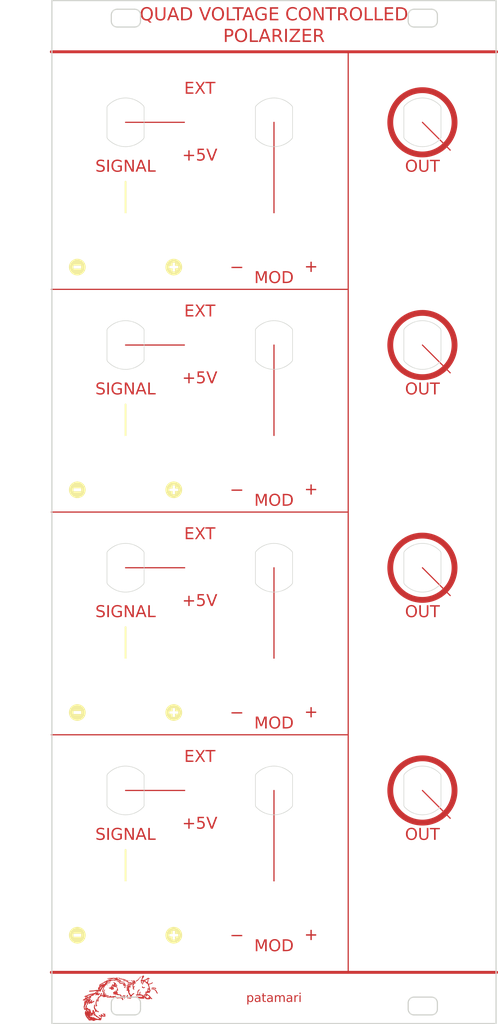
<source format=kicad_pcb>
(kicad_pcb (version 20240108) (generator "pcbnew") (generator_version "8.0")
  (layers (0 "F.Cu" signal) (31 "B.Cu" signal) (34 "B.Paste" user) (35 "F.Paste" user) (36 "B.SilkS" user "B.Silkscreen") (37 "F.SilkS" user "F.Silkscreen") (38 "B.Mask" user) (39 "F.Mask" user) (44 "Edge.Cuts" user))
  (net 0 "")
  (footprint "Library:BananaJackInputMountingHole" (layer "F.Cu") (at 127 38.1)
    (property "Reference" "REF**" (hide yes))
    (property "Value" "BananaJackInputMountingHole" (hide yes))
    (fp_line (start -3.174999 2.501101) (end -3.174999 -2.5063) (stroke (width 0.1)) (layer "Edge.Cuts"))
    (fp_line (start 3.175001 -2.501301) (end 3.175001 2.5063) (stroke (width 0.1)) (layer "Edge.Cuts"))
    (fp_arc (start -3.174999 -2.5063) (mid -3.140023 -2.69) (end -3.039999 -2.848) (stroke (width 0.1)) (layer "Edge.Cuts"))
    (fp_arc (start -3.039999 -2.848) (mid 0.000001 -4.165658) (end 3.040001 -2.848) (stroke (width 0.1)) (layer "Edge.Cuts"))
    (fp_arc (start -3.039999 2.848) (mid -3.140967 2.687575) (end -3.174999 2.501101) (stroke (width 0.1)) (layer "Edge.Cuts"))
    (fp_arc (start 3.040001 -2.848) (mid 3.140968 -2.687681) (end 3.175001 -2.501301) (stroke (width 0.1)) (layer "Edge.Cuts"))
    (fp_arc (start 3.040001 2.848) (mid 0.000001 4.165658) (end -3.039999 2.848) (stroke (width 0.1)) (layer "Edge.Cuts"))
    (fp_arc (start 3.175001 2.5063) (mid 3.140031 2.690002) (end 3.040001 2.848) (stroke (width 0.1)) (layer "Edge.Cuts"))
  )
  (footprint "Library:PotMountingHole" (layer "F.Cu") (at 127 133.35)
    (property "Reference" "REF**" (hide yes))
    (property "Value" "PotMountingHole" (hide yes))
    (pad "" np_thru_hole circle (at 0 0) (size 7 7) (drill 7) (layers "F&B.Cu" "*.Mask"))
  )
  (footprint "Library:PotMountingHole" (layer "F.Cu") (at 101.6 171.45)
    (property "Reference" "REF**" (hide yes))
    (property "Value" "PotMountingHole" (hide yes))
    (pad "" np_thru_hole circle (at 0 0) (size 7 7) (drill 7) (layers "F&B.Cu" "*.Mask"))
  )
  (footprint "MountingHole:MountingHole_6mm" (layer "F.Cu") (at 158.75 120.65)
    (property "Reference" "REF**" (hide yes))
    (property "Value" "MountingHole_6mm" (hide yes))
    (pad "" np_thru_hole circle (at 0 0) (size 4.34 4.34) (drill 4.34) (layers "F&B.Cu" "*.Mask"))
  )
  (footprint "Library:PotMountingHole" (layer "F.Cu") (at 101.6 57.15)
    (property "Reference" "REF**" (hide yes))
    (property "Value" "PotMountingHole" (hide yes))
    (pad "" np_thru_hole circle (at 0 0) (size 7 7) (drill 7) (layers "F&B.Cu" "*.Mask"))
  )
  (footprint "MountingHole:MountingHole_6.4mm_M6" (layer "F.Cu") (at 114.3 114.3)
    (property "Reference" "REF**" (hide yes))
    (property "Value" "MountingHole_6.4mm_M6" (hide yes))
    (pad "" np_thru_hole circle (at 0 0) (size 5 5) (drill 5) (layers "F&B.Cu" "*.Mask"))
  )
  (footprint "MountingHole:MountingHole_6mm" (layer "F.Cu") (at 133.35 44.45)
    (property "Reference" "REF**" (hide yes))
    (property "Value" "MountingHole_6mm" (hide yes))
    (pad "" np_thru_hole circle (at 0 0) (size 4.34 4.34) (drill 4.34) (layers "F&B.Cu" "*.Mask"))
  )
  (footprint "Library:4UMountingHole" (layer "F.Cu") (at 152.4 20.275)
    (property "Reference" "REF**" (hide yes))
    (property "Value" "4UMountingHole" (hide yes))
    (fp_line (start -2.4375 0.525) (end -2.4375 -0.525) (stroke (width 0.2)) (layer "Edge.Cuts"))
    (fp_line (start -1.4375 -1.525) (end 1.5625 -1.525) (stroke (width 0.2)) (layer "Edge.Cuts"))
    (fp_line (start 1.5625 1.525) (end -1.4375 1.525) (stroke (width 0.2)) (layer "Edge.Cuts"))
    (fp_line (start 2.5625 -0.525) (end 2.5625 0.525) (stroke (width 0.2)) (layer "Edge.Cuts"))
    (fp_arc (start -2.4375 -0.525) (mid -2.144607 -1.232107) (end -1.4375 -1.525) (stroke (width 0.2)) (layer "Edge.Cuts"))
    (fp_arc (start -1.4375 1.525) (mid -2.144607 1.232107) (end -2.4375 0.525) (stroke (width 0.2)) (layer "Edge.Cuts"))
    (fp_arc (start 1.5625 -1.525) (mid 2.269607 -1.232107) (end 2.5625 -0.525) (stroke (width 0.2)) (layer "Edge.Cuts"))
    (fp_arc (start 2.5625 0.525) (mid 2.269607 1.232107) (end 1.5625 1.525) (stroke (width 0.2)) (layer "Edge.Cuts"))
  )
  (footprint "MountingHole:MountingHole_6mm" (layer "F.Cu") (at 133.35 120.65)
    (property "Reference" "REF**" (hide yes))
    (property "Value" "MountingHole_6mm" (hide yes))
    (pad "" np_thru_hole circle (at 0 0) (size 4.34 4.34) (drill 4.34) (layers "F&B.Cu" "*.Mask"))
  )
  (footprint "Library:BananaJackInputMountingHole" (layer "F.Cu") (at 101.6 114.3)
    (property "Reference" "REF**" (hide yes))
    (property "Value" "BananaJackInputMountingHole" (hide yes))
    (fp_line (start -3.174999 2.501101) (end -3.174999 -2.5063) (stroke (width 0.1)) (layer "Edge.Cuts"))
    (fp_line (start 3.175001 -2.501301) (end 3.175001 2.5063) (stroke (width 0.1)) (layer "Edge.Cuts"))
    (fp_arc (start -3.174999 -2.5063) (mid -3.140023 -2.69) (end -3.039999 -2.848) (stroke (width 0.1)) (layer "Edge.Cuts"))
    (fp_arc (start -3.039999 -2.848) (mid 0.000001 -4.165658) (end 3.040001 -2.848) (stroke (width 0.1)) (layer "Edge.Cuts"))
    (fp_arc (start -3.039999 2.848) (mid -3.140967 2.687575) (end -3.174999 2.501101) (stroke (width 0.1)) (layer "Edge.Cuts"))
    (fp_arc (start 3.040001 -2.848) (mid 3.140968 -2.687681) (end 3.175001 -2.501301) (stroke (width 0.1)) (layer "Edge.Cuts"))
    (fp_arc (start 3.040001 2.848) (mid 0.000001 4.165658) (end -3.039999 2.848) (stroke (width 0.1)) (layer "Edge.Cuts"))
    (fp_arc (start 3.175001 2.5063) (mid 3.140031 2.690002) (end 3.040001 2.848) (stroke (width 0.1)) (layer "Edge.Cuts"))
  )
  (footprint "MountingHole:MountingHole_6.4mm_M6" (layer "F.Cu") (at 114.25 38.1)
    (property "Reference" "REF**" (hide yes))
    (property "Value" "MountingHole_6.4mm_M6" (hide yes))
    (pad "" np_thru_hole circle (at 0 0) (size 5 5) (drill 5) (layers "F&B.Cu" "*.Mask"))
  )
  (footprint "MountingHole:MountingHole_6.4mm_M6" (layer "F.Cu") (at 152.4 95.25)
    (property "Reference" "REF**" (hide yes))
    (property "Value" "MountingHole_6.4mm_M6" (hide yes))
    (pad "" np_thru_hole circle (at 0 0) (size 5 5) (drill 5) (layers "F&B.Cu" "*.Mask"))
  )
  (footprint "Library:PotMountingHole" (layer "F.Cu") (at 127 95.25)
    (property "Reference" "REF**" (hide yes))
    (property "Value" "PotMountingHole" (hide yes))
    (pad "" np_thru_hole circle (at 0 0) (size 7 7) (drill 7) (layers "F&B.Cu" "*.Mask"))
  )
  (footprint "Library:4UMountingHole" (layer "F.Cu") (at 101.6 189.275)
    (property "Reference" "REF**" (hide yes))
    (property "Value" "4UMountingHole" (hide yes))
    (fp_line (start -2.4375 0.525) (end -2.4375 -0.525) (stroke (width 0.2)) (layer "Edge.Cuts"))
    (fp_line (start -1.4375 -1.525) (end 1.5625 -1.525) (stroke (width 0.2)) (layer "Edge.Cuts"))
    (fp_line (start 1.5625 1.525) (end -1.4375 1.525) (stroke (width 0.2)) (layer "Edge.Cuts"))
    (fp_line (start 2.5625 -0.525) (end 2.5625 0.525) (stroke (width 0.2)) (layer "Edge.Cuts"))
    (fp_arc (start -2.4375 -0.525) (mid -2.144607 -1.232107) (end -1.4375 -1.525) (stroke (width 0.2)) (layer "Edge.Cuts"))
    (fp_arc (start -1.4375 1.525) (mid -2.144607 1.232107) (end -2.4375 0.525) (stroke (width 0.2)) (layer "Edge.Cuts"))
    (fp_arc (start 1.5625 -1.525) (mid 2.269607 -1.232107) (end 2.5625 -0.525) (stroke (width 0.2)) (layer "Edge.Cuts"))
    (fp_arc (start 2.5625 0.525) (mid 2.269607 1.232107) (end 1.5625 1.525) (stroke (width 0.2)) (layer "Edge.Cuts"))
  )
  (footprint "Library:BananaJackOutputMountingHole" (layer "F.Cu") (at 152.4 38.1)
    (property "Reference" "REF**" (hide yes))
    (property "Value" "BananaJackOutputMountingHole" (hide yes))
    (fp_circle (center 0 0) (end 5.5 0) (stroke (width 1)) (fill none) (layer "F.Cu"))
    (fp_line (start -3.174999 2.501101) (end -3.174999 -2.5063) (stroke (width 0.1)) (layer "Edge.Cuts"))
    (fp_line (start 3.175001 -2.501301) (end 3.175001 2.5063) (stroke (width 0.1)) (layer "Edge.Cuts"))
    (fp_arc (start -3.174999 -2.5063) (mid -3.140023 -2.69) (end -3.039999 -2.848) (stroke (width 0.1)) (layer "Edge.Cuts"))
    (fp_arc (start -3.039999 -2.848) (mid 0.000001 -4.165658) (end 3.040001 -2.848) (stroke (width 0.1)) (layer "Edge.Cuts"))
    (fp_arc (start -3.039999 2.848) (mid -3.140967 2.687575) (end -3.174999 2.501101) (stroke (width 0.1)) (layer "Edge.Cuts"))
    (fp_arc (start 3.040001 -2.848) (mid 3.140968 -2.687681) (end 3.175001 -2.501301) (stroke (width 0.1)) (layer "Edge.Cuts"))
    (fp_arc (start 3.040001 2.848) (mid 0.000001 4.165658) (end -3.039999 2.848) (stroke (width 0.1)) (layer "Edge.Cuts"))
    (fp_arc (start 3.175001 2.5063) (mid 3.140031 2.690002) (end 3.040001 2.848) (stroke (width 0.1)) (layer "Edge.Cuts"))
    (fp_text user "OUT" (at 0 7.62 0) (layer "F.Cu") (effects (font (size 2 2) (thickness 0.1875))))
  )
  (footprint "Library:PotMountingHole" (layer "F.Cu") (at 127 57.15)
    (property "Reference" "REF**" (hide yes))
    (property "Value" "PotMountingHole" (hide yes))
    (pad "" np_thru_hole circle (at 0 0) (size 7 7) (drill 7) (layers "F&B.Cu" "*.Mask"))
  )
  (footprint "Library:BananaJackInputMountingHole" (layer "F.Cu") (at 101.6 76.2)
    (property "Reference" "REF**" (hide yes))
    (property "Value" "BananaJackInputMountingHole" (hide yes))
    (fp_line (start -3.174999 2.501101) (end -3.174999 -2.5063) (stroke (width 0.1)) (layer "Edge.Cuts"))
    (fp_line (start 3.175001 -2.501301) (end 3.175001 2.5063) (stroke (width 0.1)) (layer "Edge.Cuts"))
    (fp_arc (start -3.174999 -2.5063) (mid -3.140023 -2.69) (end -3.039999 -2.848) (stroke (width 0.1)) (layer "Edge.Cuts"))
    (fp_arc (start -3.039999 -2.848) (mid 0.000001 -4.165658) (end 3.040001 -2.848) (stroke (width 0.1)) (layer "Edge.Cuts"))
    (fp_arc (start -3.039999 2.848) (mid -3.140967 2.687575) (end -3.174999 2.501101) (stroke (width 0.1)) (layer "Edge.Cuts"))
    (fp_arc (start 3.040001 -2.848) (mid 3.140968 -2.687681) (end 3.175001 -2.501301) (stroke (width 0.1)) (layer "Edge.Cuts"))
    (fp_arc (start 3.040001 2.848) (mid 0.000001 4.165658) (end -3.039999 2.848) (stroke (width 0.1)) (layer "Edge.Cuts"))
    (fp_arc (start 3.175001 2.5063) (mid 3.140031 2.690002) (end 3.040001 2.848) (stroke (width 0.1)) (layer "Edge.Cuts"))
  )
  (footprint "Library:4UMountingHole" (layer "F.Cu") (at 101.6 20.275)
    (property "Reference" "REF**" (hide yes))
    (property "Value" "4UMountingHole" (hide yes))
    (fp_line (start -2.4375 0.525) (end -2.4375 -0.525) (stroke (width 0.2)) (layer "Edge.Cuts"))
    (fp_line (start -1.4375 -1.525) (end 1.5625 -1.525) (stroke (width 0.2)) (layer "Edge.Cuts"))
    (fp_line (start 1.5625 1.525) (end -1.4375 1.525) (stroke (width 0.2)) (layer "Edge.Cuts"))
    (fp_line (start 2.5625 -0.525) (end 2.5625 0.525) (stroke (width 0.2)) (layer "Edge.Cuts"))
    (fp_arc (start -2.4375 -0.525) (mid -2.144607 -1.232107) (end -1.4375 -1.525) (stroke (width 0.2)) (layer "Edge.Cuts"))
    (fp_arc (start -1.4375 1.525) (mid -2.144607 1.232107) (end -2.4375 0.525) (stroke (width 0.2)) (layer "Edge.Cuts"))
    (fp_arc (start 1.5625 -1.525) (mid 2.269607 -1.232107) (end 2.5625 -0.525) (stroke (width 0.2)) (layer "Edge.Cuts"))
    (fp_arc (start 2.5625 0.525) (mid 2.269607 1.232107) (end 1.5625 1.525) (stroke (width 0.2)) (layer "Edge.Cuts"))
  )
  (footprint "Library:BananaJackInputMountingHole" (layer "F.Cu") (at 101.6 152.4)
    (property "Reference" "REF**" (hide yes))
    (property "Value" "BananaJackInputMountingHole" (hide yes))
    (fp_line (start -3.174999 2.501101) (end -3.174999 -2.5063) (stroke (width 0.1)) (layer "Edge.Cuts"))
    (fp_line (start 3.175001 -2.501301) (end 3.175001 2.5063) (stroke (width 0.1)) (layer "Edge.Cuts"))
    (fp_arc (start -3.174999 -2.5063) (mid -3.140023 -2.69) (end -3.039999 -2.848) (stroke (width 0.1)) (layer "Edge.Cuts"))
    (fp_arc (start -3.039999 -2.848) (mid 0.000001 -4.165658) (end 3.040001 -2.848) (stroke (width 0.1)) (layer "Edge.Cuts"))
    (fp_arc (start -3.039999 2.848) (mid -3.140967 2.687575) (end -3.174999 2.501101) (stroke (width 0.1)) (layer "Edge.Cuts"))
    (fp_arc (start 3.040001 -2.848) (mid 3.140968 -2.687681) (end 3.175001 -2.501301) (stroke (width 0.1)) (layer "Edge.Cuts"))
    (fp_arc (start 3.040001 2.848) (mid 0.000001 4.165658) (end -3.039999 2.848) (stroke (width 0.1)) (layer "Edge.Cuts"))
    (fp_arc (start 3.175001 2.5063) (mid 3.140031 2.690002) (end 3.040001 2.848) (stroke (width 0.1)) (layer "Edge.Cuts"))
  )
  (footprint "Library:PotMountingHole" (layer "F.Cu") (at 101.6 95.25)
    (property "Reference" "REF**" (hide yes))
    (property "Value" "PotMountingHole" (hide yes))
    (pad "" np_thru_hole circle (at 0 0) (size 7 7) (drill 7) (layers "F&B.Cu" "*.Mask"))
  )
  (footprint "Library:BananaJackOutputMountingHole" (layer "F.Cu") (at 152.4 152.4)
    (property "Reference" "REF**" (hide yes))
    (property "Value" "BananaJackOutputMountingHole" (hide yes))
    (fp_circle (center 0 0) (end 5.5 0) (stroke (width 1)) (fill none) (layer "F.Cu"))
    (fp_line (start -3.174999 2.501101) (end -3.174999 -2.5063) (stroke (width 0.1)) (layer "Edge.Cuts"))
    (fp_line (start 3.175001 -2.501301) (end 3.175001 2.5063) (stroke (width 0.1)) (layer "Edge.Cuts"))
    (fp_arc (start -3.174999 -2.5063) (mid -3.140023 -2.69) (end -3.039999 -2.848) (stroke (width 0.1)) (layer "Edge.Cuts"))
    (fp_arc (start -3.039999 -2.848) (mid 0.000001 -4.165658) (end 3.040001 -2.848) (stroke (width 0.1)) (layer "Edge.Cuts"))
    (fp_arc (start -3.039999 2.848) (mid -3.140967 2.687575) (end -3.174999 2.501101) (stroke (width 0.1)) (layer "Edge.Cuts"))
    (fp_arc (start 3.040001 -2.848) (mid 3.140968 -2.687681) (end 3.175001 -2.501301) (stroke (width 0.1)) (layer "Edge.Cuts"))
    (fp_arc (start 3.040001 2.848) (mid 0.000001 4.165658) (end -3.039999 2.848) (stroke (width 0.1)) (layer "Edge.Cuts"))
    (fp_arc (start 3.175001 2.5063) (mid 3.140031 2.690002) (end 3.040001 2.848) (stroke (width 0.1)) (layer "Edge.Cuts"))
    (fp_text user "OUT" (at 0 7.62 0) (layer "F.Cu") (effects (font (size 2 2) (thickness 0.1875))))
  )
  (footprint "Library:4UMountingHole" (layer "F.Cu") (at 152.4 189.275)
    (property "Reference" "REF**" (hide yes))
    (property "Value" "4UMountingHole" (hide yes))
    (fp_line (start -2.4375 0.525) (end -2.4375 -0.525) (stroke (width 0.2)) (layer "Edge.Cuts"))
    (fp_line (start -1.4375 -1.525) (end 1.5625 -1.525) (stroke (width 0.2)) (layer "Edge.Cuts"))
    (fp_line (start 1.5625 1.525) (end -1.4375 1.525) (stroke (width 0.2)) (layer "Edge.Cuts"))
    (fp_line (start 2.5625 -0.525) (end 2.5625 0.525) (stroke (width 0.2)) (layer "Edge.Cuts"))
    (fp_arc (start -2.4375 -0.525) (mid -2.144607 -1.232107) (end -1.4375 -1.525) (stroke (width 0.2)) (layer "Edge.Cuts"))
    (fp_arc (start -1.4375 1.525) (mid -2.144607 1.232107) (end -2.4375 0.525) (stroke (width 0.2)) (layer "Edge.Cuts"))
    (fp_arc (start 1.5625 -1.525) (mid 2.269607 -1.232107) (end 2.5625 -0.525) (stroke (width 0.2)) (layer "Edge.Cuts"))
    (fp_arc (start 2.5625 0.525) (mid 2.269607 1.232107) (end 1.5625 1.525) (stroke (width 0.2)) (layer "Edge.Cuts"))
  )
  (footprint "MountingHole:MountingHole_6mm" (layer "F.Cu") (at 158.75 158.75)
    (property "Reference" "REF**" (hide yes))
    (property "Value" "MountingHole_6mm" (hide yes))
    (pad "" np_thru_hole circle (at 0 0) (size 4.34 4.34) (drill 4.34) (layers "F&B.Cu" "*.Mask"))
  )
  (footprint "Library:BananaJackOutputMountingHole" (layer "F.Cu") (at 152.4 76.2)
    (property "Reference" "REF**" (hide yes))
    (property "Value" "BananaJackOutputMountingHole" (hide yes))
    (fp_circle (center 0 0) (end 5.5 0) (stroke (width 1)) (fill none) (layer "F.Cu"))
    (fp_line (start -3.174999 2.501101) (end -3.174999 -2.5063) (stroke (width 0.1)) (layer "Edge.Cuts"))
    (fp_line (start 3.175001 -2.501301) (end 3.175001 2.5063) (stroke (width 0.1)) (layer "Edge.Cuts"))
    (fp_arc (start -3.174999 -2.5063) (mid -3.140023 -2.69) (end -3.039999 -2.848) (stroke (width 0.1)) (layer "Edge.Cuts"))
    (fp_arc (start -3.039999 -2.848) (mid 0.000001 -4.165658) (end 3.040001 -2.848) (stroke (width 0.1)) (layer "Edge.Cuts"))
    (fp_arc (start -3.039999 2.848) (mid -3.140967 2.687575) (end -3.174999 2.501101) (stroke (width 0.1)) (layer "Edge.Cuts"))
    (fp_arc (start 3.040001 -2.848) (mid 3.140968 -2.687681) (end 3.175001 -2.501301) (stroke (width 0.1)) (layer "Edge.Cuts"))
    (fp_arc (start 3.040001 2.848) (mid 0.000001 4.165658) (end -3.039999 2.848) (stroke (width 0.1)) (layer "Edge.Cuts"))
    (fp_arc (start 3.175001 2.5063) (mid 3.140031 2.690002) (end 3.040001 2.848) (stroke (width 0.1)) (layer "Edge.Cuts"))
    (fp_text user "OUT" (at 0 7.62 0) (layer "F.Cu") (effects (font (size 2 2) (thickness 0.1875))))
  )
  (footprint "Library:BananaJackInputMountingHole" (layer "F.Cu") (at 127 152.4)
    (property "Reference" "REF**" (hide yes))
    (property "Value" "BananaJackInputMountingHole" (hide yes))
    (fp_line (start -3.174999 2.501101) (end -3.174999 -2.5063) (stroke (width 0.1)) (layer "Edge.Cuts"))
    (fp_line (start 3.175001 -2.501301) (end 3.175001 2.5063) (stroke (width 0.1)) (layer "Edge.Cuts"))
    (fp_arc (start -3.174999 -2.5063) (mid -3.140023 -2.69) (end -3.039999 -2.848) (stroke (width 0.1)) (layer "Edge.Cuts"))
    (fp_arc (start -3.039999 -2.848) (mid 0.000001 -4.165658) (end 3.040001 -2.848) (stroke (width 0.1)) (layer "Edge.Cuts"))
    (fp_arc (start -3.039999 2.848) (mid -3.140967 2.687575) (end -3.174999 2.501101) (stroke (width 0.1)) (layer "Edge.Cuts"))
    (fp_arc (start 3.040001 -2.848) (mid 3.140968 -2.687681) (end 3.175001 -2.501301) (stroke (width 0.1)) (layer "Edge.Cuts"))
    (fp_arc (start 3.040001 2.848) (mid 0.000001 4.165658) (end -3.039999 2.848) (stroke (width 0.1)) (layer "Edge.Cuts"))
    (fp_arc (start 3.175001 2.5063) (mid 3.140031 2.690002) (end 3.040001 2.848) (stroke (width 0.1)) (layer "Edge.Cuts"))
  )
  (footprint "Library:PotMountingHole" (layer "F.Cu") (at 101.6 133.35)
    (property "Reference" "REF**" (hide yes))
    (property "Value" "PotMountingHole" (hide yes))
    (pad "" np_thru_hole circle (at 0 0) (size 7 7) (drill 7) (layers "F&B.Cu" "*.Mask"))
  )
  (footprint "Library:BananaJackInputMountingHole" (layer "F.Cu") (at 127 114.3)
    (property "Reference" "REF**" (hide yes))
    (property "Value" "BananaJackInputMountingHole" (hide yes))
    (fp_line (start -3.174999 2.501101) (end -3.174999 -2.5063) (stroke (width 0.1)) (layer "Edge.Cuts"))
    (fp_line (start 3.175001 -2.501301) (end 3.175001 2.5063) (stroke (width 0.1)) (layer "Edge.Cuts"))
    (fp_arc (start -3.174999 -2.5063) (mid -3.140023 -2.69) (end -3.039999 -2.848) (stroke (width 0.1)) (layer "Edge.Cuts"))
    (fp_arc (start -3.039999 -2.848) (mid 0.000001 -4.165658) (end 3.040001 -2.848) (stroke (width 0.1)) (layer "Edge.Cuts"))
    (fp_arc (start -3.039999 2.848) (mid -3.140967 2.687575) (end -3.174999 2.501101) (stroke (width 0.1)) (layer "Edge.Cuts"))
    (fp_arc (start 3.040001 -2.848) (mid 3.140968 -2.687681) (end 3.175001 -2.501301) (stroke (width 0.1)) (layer "Edge.Cuts"))
    (fp_arc (start 3.040001 2.848) (mid 0.000001 4.165658) (end -3.039999 2.848) (stroke (width 0.1)) (layer "Edge.Cuts"))
    (fp_arc (start 3.175001 2.5063) (mid 3.140031 2.690002) (end 3.040001 2.848) (stroke (width 0.1)) (layer "Edge.Cuts"))
  )
  (footprint "Library:BananaJackInputMountingHole" (layer "F.Cu") (at 101.6 38.1)
    (property "Reference" "REF**" (hide yes))
    (property "Value" "BananaJackInputMountingHole" (hide yes))
    (fp_line (start -3.174999 2.501101) (end -3.174999 -2.5063) (stroke (width 0.1)) (layer "Edge.Cuts"))
    (fp_line (start 3.175001 -2.501301) (end 3.175001 2.5063) (stroke (width 0.1)) (layer "Edge.Cuts"))
    (fp_arc (start -3.174999 -2.5063) (mid -3.140023 -2.69) (end -3.039999 -2.848) (stroke (width 0.1)) (layer "Edge.Cuts"))
    (fp_arc (start -3.039999 -2.848) (mid 0.000001 -4.165658) (end 3.040001 -2.848) (stroke (width 0.1)) (layer "Edge.Cuts"))
    (fp_arc (start -3.039999 2.848) (mid -3.140967 2.687575) (end -3.174999 2.501101) (stroke (width 0.1)) (layer "Edge.Cuts"))
    (fp_arc (start 3.040001 -2.848) (mid 3.140968 -2.687681) (end 3.175001 -2.501301) (stroke (width 0.1)) (layer "Edge.Cuts"))
    (fp_arc (start 3.040001 2.848) (mid 0.000001 4.165658) (end -3.039999 2.848) (stroke (width 0.1)) (layer "Edge.Cuts"))
    (fp_arc (start 3.175001 2.5063) (mid 3.140031 2.690002) (end 3.040001 2.848) (stroke (width 0.1)) (layer "Edge.Cuts"))
  )
  (footprint "Library:BananaJackInputMountingHole" (layer "F.Cu") (at 127 76.2)
    (property "Reference" "REF**" (hide yes))
    (property "Value" "BananaJackInputMountingHole" (hide yes))
    (fp_line (start -3.174999 2.501101) (end -3.174999 -2.5063) (stroke (width 0.1)) (layer "Edge.Cuts"))
    (fp_line (start 3.175001 -2.501301) (end 3.175001 2.5063) (stroke (width 0.1)) (layer "Edge.Cuts"))
    (fp_arc (start -3.174999 -2.5063) (mid -3.140023 -2.69) (end -3.039999 -2.848) (stroke (width 0.1)) (layer "Edge.Cuts"))
    (fp_arc (start -3.039999 -2.848) (mid 0.000001 -4.165658) (end 3.040001 -2.848) (stroke (width 0.1)) (layer "Edge.Cuts"))
    (fp_arc (start -3.039999 2.848) (mid -3.140967 2.687575) (end -3.174999 2.501101) (stroke (width 0.1)) (layer "Edge.Cuts"))
    (fp_arc (start 3.040001 -2.848) (mid 3.140968 -2.687681) (end 3.175001 -2.501301) (stroke (width 0.1)) (layer "Edge.Cuts"))
    (fp_arc (start 3.040001 2.848) (mid 0.000001 4.165658) (end -3.039999 2.848) (stroke (width 0.1)) (layer "Edge.Cuts"))
    (fp_arc (start 3.175001 2.5063) (mid 3.140031 2.690002) (end 3.040001 2.848) (stroke (width 0.1)) (layer "Edge.Cuts"))
  )
  (footprint "MountingHole:MountingHole_6.4mm_M6" (layer "F.Cu") (at 114.25 76.2)
    (property "Reference" "REF**" (hide yes))
    (property "Value" "MountingHole_6.4mm_M6" (hide yes))
    (pad "" np_thru_hole circle (at 0 0) (size 5 5) (drill 5) (layers "F&B.Cu" "*.Mask"))
  )
  (footprint "MountingHole:MountingHole_6mm" (layer "F.Cu") (at 158.75 44.45)
    (property "Reference" "REF**" (hide yes))
    (property "Value" "MountingHole_6mm" (hide yes))
    (pad "" np_thru_hole circle (at 0 0) (size 4.34 4.34) (drill 4.34) (layers "F&B.Cu" "*.Mask"))
  )
  (footprint "Library:BananaJackOutputMountingHole" (layer "F.Cu") (at 152.4 114.3)
    (property "Reference" "REF**" (hide yes))
    (property "Value" "BananaJackOutputMountingHole" (hide yes))
    (fp_circle (center 0 0) (end 5.5 0) (stroke (width 1)) (fill none) (layer "F.Cu"))
    (fp_line (start -3.174999 2.501101) (end -3.174999 -2.5063) (stroke (width 0.1)) (layer "Edge.Cuts"))
    (fp_line (start 3.175001 -2.501301) (end 3.175001 2.5063) (stroke (width 0.1)) (layer "Edge.Cuts"))
    (fp_arc (start -3.174999 -2.5063) (mid -3.140023 -2.69) (end -3.039999 -2.848) (stroke (width 0.1)) (layer "Edge.Cuts"))
    (fp_arc (start -3.039999 -2.848) (mid 0.000001 -4.165658) (end 3.040001 -2.848) (stroke (width 0.1)) (layer "Edge.Cuts"))
    (fp_arc (start -3.039999 2.848) (mid -3.140967 2.687575) (end -3.174999 2.501101) (stroke (width 0.1)) (layer "Edge.Cuts"))
    (fp_arc (start 3.040001 -2.848) (mid 3.140968 -2.687681) (end 3.175001 -2.501301) (stroke (width 0.1)) (layer "Edge.Cuts"))
    (fp_arc (start 3.040001 2.848) (mid 0.000001 4.165658) (end -3.039999 2.848) (stroke (width 0.1)) (layer "Edge.Cuts"))
    (fp_arc (start 3.175001 2.5063) (mid 3.140031 2.690002) (end 3.040001 2.848) (stroke (width 0.1)) (layer "Edge.Cuts"))
    (fp_text user "OUT" (at 0 7.62 0) (layer "F.Cu") (effects (font (size 2 2) (thickness 0.1875))))
  )
  (footprint "MountingHole:MountingHole_6.4mm_M6" (layer "F.Cu") (at 152.4 133.35)
    (property "Reference" "REF**" (hide yes))
    (property "Value" "MountingHole_6.4mm_M6" (hide yes))
    (pad "" np_thru_hole circle (at 0 0) (size 5 5) (drill 5) (layers "F&B.Cu" "*.Mask"))
  )
  (footprint "MountingHole:MountingHole_6mm" (layer "F.Cu") (at 133.35 158.75)
    (property "Reference" "REF**" (hide yes))
    (property "Value" "MountingHole_6mm" (hide yes))
    (pad "" np_thru_hole circle (at 0 0) (size 4.34 4.34) (drill 4.34) (layers "F&B.Cu" "*.Mask"))
  )
  (footprint "MountingHole:MountingHole_6.4mm_M6" (layer "F.Cu") (at 114.3 152.4)
    (property "Reference" "REF**" (hide yes))
    (property "Value" "MountingHole_6.4mm_M6" (hide yes))
    (pad "" np_thru_hole circle (at 0 0) (size 5 5) (drill 5) (layers "F&B.Cu" "*.Mask"))
  )
  (footprint "MountingHole:MountingHole_6.4mm_M6" (layer "F.Cu") (at 152.4 57.15)
    (property "Reference" "REF**" (hide yes))
    (property "Value" "MountingHole_6.4mm_M6" (hide yes))
    (pad "" np_thru_hole circle (at 0 0) (size 5 5) (drill 5) (layers "F&B.Cu" "*.Mask"))
  )
  (footprint "MountingHole:MountingHole_6mm" (layer "F.Cu") (at 158.75 82.55)
    (property "Reference" "REF**" (hide yes))
    (property "Value" "MountingHole_6mm" (hide yes))
    (pad "" np_thru_hole circle (at 0 0) (size 4.34 4.34) (drill 4.34) (layers "F&B.Cu" "*.Mask"))
  )
  (footprint "Library:PotMountingHole" (layer "F.Cu") (at 127 171.45)
    (property "Reference" "REF**" (hide yes))
    (property "Value" "PotMountingHole" (hide yes))
    (pad "" np_thru_hole circle (at 0 0) (size 7 7) (drill 7) (layers "F&B.Cu" "*.Mask"))
  )
  (footprint "MountingHole:MountingHole_6mm" (layer "F.Cu") (at 133.35 82.55)
    (property "Reference" "REF**" (hide yes))
    (property "Value" "MountingHole_6mm" (hide yes))
    (pad "" np_thru_hole circle (at 0 0) (size 4.34 4.34) (drill 4.34) (layers "F&B.Cu" "*.Mask"))
  )
  (gr_line (start 114.3 152.4) (end 101.6 152.4) (stroke (width 0.2)) (layer "F.Cu"))
  (gr_line (start 127 152.4) (end 127 171.45) (stroke (width 0.2)) (layer "F.Cu"))
  (gr_poly (pts (xy 104.335978 184.212722) (xy 104.366278 184.252891) (xy 104.322653 184.281475) (xy 104.279029 184.310059) (xy 104.277018 184.296423) (xy 104.275008 184.282787) (xy 104.269367 184.23572) (xy 104.263726 184.188652) (xy 104.284702 184.180603) (xy 104.305679 184.172553)) (stroke (width -0.000001)) (fill solid) (layer "F.Cu"))
  (gr_poly (pts (xy 99.328294 185.859029) (xy 99.356684 185.929982) (xy 99.441016 186.009595) (xy 99.525348 186.089208) (xy 99.565036 186.124629) (xy 99.604723 186.16005) (xy 99.604723 186.194212) (xy 99.569308 186.205452) (xy 99.533893 186.216692) (xy 99.560489 186.254662) (xy 99.587085 186.292633) (xy 99.587085 186.400233) (xy 99.524927 186.433708) (xy 99.462768 186.467182) (xy 99.410274 186.428371) (xy 99.357779 186.38956) (xy 99.357779 186.471755) (xy 99.336612 186.492922) (xy 99.315446 186.514089) (xy 99.288106 186.512969) (xy 99.260766 186.511849) (xy 99.225109 186.497409) (xy 99.189451 186.482947) (xy 99.10271 186.401011) (xy 99.015967 186.319076) (xy 98.979617 186.311759) (xy 98.943266 186.304442) (xy 98.873409 186.289715) (xy 98.803552 186.274988) (xy 98.769346 186.21642) (xy 98.735141 186.157853) (xy 98.758217 186.14359) (xy 98.781294 186.129328) (xy 98.835821 186.135968) (xy 98.890349 186.142607) (xy 98.956495 186.153518) (xy 99.02264 186.16443) (xy 99.02411 186.132011) (xy 99.02558 186.099593) (xy 99.029982 186.059914) (xy 99.034382 186.020235) (xy 99.043965 186.010653) (xy 99.053547 186.00107) (xy 99.116762 185.990812) (xy 99.179977 185.980554) (xy 99.226349 186.035663) (xy 99.272721 186.090773) (xy 99.304863 186.090773) (xy 99.304863 186.056673) (xy 99.225488 185.967301) (xy 99.146113 185.877929) (xy 99.146113 185.808551) (xy 99.1858 185.808301) (xy 99.225487 185.808051) (xy 99.262696 185.798064) (xy 99.299904 185.788076)) (stroke (width -0.000001)) (fill solid) (layer "F.Cu"))
  (gr_poly (pts (xy 97.842077 190.571343) (xy 97.955488 190.588334) (xy 98.056912 190.60856) (xy 98.158335 190.628788) (xy 98.158335 190.660996) (xy 98.10258 190.768814) (xy 98.158335 190.939275) (xy 98.158335 191.042979) (xy 98.131619 191.065152) (xy 98.104903 191.087323) (xy 97.986098 191.095768) (xy 97.867293 191.104213) (xy 97.754009 191.058116) (xy 97.640725 191.01202) (xy 97.61153 191.01202) (xy 97.61153 191.153132) (xy 97.545384 191.150487) (xy 97.479238 191.147842) (xy 97.426322 191.140833) (xy 97.373405 191.133818) (xy 97.246939 191.07308) (xy 97.120474 191.012343) (xy 97.066141 190.946427) (xy 97.011808 190.880513) (xy 97.011808 190.852516) (xy 97.057212 190.831829) (xy 97.102616 190.811141) (xy 97.136348 190.832207) (xy 97.170079 190.853273) (xy 97.234964 190.853273) (xy 97.276391 190.89737) (xy 97.317819 190.941467) (xy 97.364586 190.941467) (xy 97.364586 190.976744) (xy 97.435141 190.976744) (xy 97.435141 190.940061) (xy 97.399864 190.870911) (xy 97.364586 190.80176) (xy 97.364586 190.709841) (xy 97.401105 190.641606) (xy 97.505697 190.641606) (xy 97.505697 190.71194) (xy 97.578899 190.764967) (xy 97.652101 190.817994) (xy 97.697972 190.817994) (xy 97.712077 190.840193) (xy 97.726183 190.86239) (xy 97.814377 190.893196) (xy 97.902572 190.924002) (xy 97.942259 190.923902) (xy 97.981947 190.923802) (xy 97.981386 190.901754) (xy 97.980825 190.879705) (xy 97.957393 190.848838) (xy 97.933961 190.817995) (xy 97.897526 190.817995) (xy 97.88821 190.793717) (xy 97.878894 190.769438) (xy 97.828996 190.775444) (xy 97.779099 190.78145) (xy 97.809968 190.771971) (xy 97.840835 190.762492) (xy 97.840835 190.727816) (xy 97.76146 190.692705) (xy 97.682085 190.657594) (xy 97.682085 190.593009) (xy 97.705375 190.57368) (xy 97.728665 190.554351)) (stroke (width -0.000001)) (fill solid) (layer "F.Cu"))
  (gr_line (start 88.9 142.875) (end 139.7 142.875) (stroke (width 0.2)) (layer "F.Cu"))
  (gr_line (start 127 76.2) (end 127 95.25) (stroke (width 0.2)) (layer "F.Cu"))
  (gr_poly (pts (xy 96.365001 189.233787) (xy 96.354343 189.433341) (xy 96.357268 189.500648) (xy 96.360192 189.567954) (xy 96.442066 189.697924) (xy 96.493222 189.807983) (xy 96.544378 189.918043) (xy 96.685489 189.918442) (xy 96.690348 189.989291) (xy 96.695208 190.060141) (xy 96.677761 190.092741) (xy 96.660315 190.12534) (xy 96.681086 190.18037) (xy 96.701857 190.235399) (xy 96.684854 190.251833) (xy 96.66785 190.268267) (xy 96.588475 190.277144) (xy 96.5091 190.286021) (xy 96.48034 190.277728) (xy 96.45158 190.269415) (xy 96.414194 190.171719) (xy 96.376808 190.074023) (xy 96.376808 190.006478) (xy 96.34153 189.940657) (xy 96.306252 189.874837) (xy 96.306252 189.831985) (xy 96.254398 189.755151) (xy 96.202543 189.678316) (xy 96.191454 189.591106) (xy 96.180364 189.503897) (xy 96.198151 189.319904) (xy 96.215939 189.135912) (xy 96.249611 189.090599) (xy 96.283283 189.045286) (xy 96.329471 189.03976) (xy 96.375659 189.034234)) (stroke (width -0.000001)) (fill solid) (layer "F.Cu"))
  (gr_poly (pts (xy 104.2163 184.30764) (xy 104.226209 184.323671) (xy 104.171891 184.369376) (xy 104.117574 184.415081) (xy 104.07042 184.413689) (xy 104.023267 184.412297) (xy 104.001217 184.403397) (xy 103.979169 184.3945) (xy 103.979169 184.361644) (xy 104.036495 184.326691) (xy 104.093821 184.291738) (xy 104.150107 184.291674) (xy 104.206393 184.291609)) (stroke (width -0.000001)) (fill solid) (layer "F.Cu"))
  (gr_line (start 88.9 66.675) (end 139.7 66.675) (stroke (width 0.2)) (layer "F.Cu"))
  (gr_line (start 127 38.1) (end 127 57.15) (stroke (width 0.2)) (layer "F.Cu"))
  (gr_poly (pts (xy 104.085002 184.484705) (xy 103.930869 184.638837) (xy 103.906123 184.648333) (xy 103.881376 184.65783) (xy 103.873165 184.757061) (xy 103.851203 184.771211) (xy 103.82924 184.785361) (xy 103.793962 184.781018) (xy 103.758684 184.776676) (xy 103.764243 184.834162) (xy 103.769804 184.891649) (xy 103.713962 184.922357) (xy 103.65812 184.953064) (xy 103.56349 185.008737) (xy 103.46886 185.064411) (xy 103.399506 185.076128) (xy 103.330152 185.087845) (xy 103.317754 185.067789) (xy 103.305358 185.047732) (xy 103.311534 185.042312) (xy 103.31771 185.036893) (xy 103.402567 184.964111) (xy 103.487424 184.891329) (xy 103.556418 184.891329) (xy 103.672191 184.781085) (xy 103.787964 184.670842) (xy 103.804079 184.630302) (xy 103.820194 184.589761) (xy 103.935071 184.537014) (xy 103.995006 184.493685) (xy 104.054941 184.450356) (xy 104.085002 184.450356)) (stroke (width -0.000001)) (fill solid) (layer "F.Cu"))
  (gr_poly (pts (xy 106.420309 186.345379) (xy 106.555661 186.388338) (xy 106.646961 186.444515) (xy 106.738262 186.500693) (xy 106.804785 186.555897) (xy 106.871308 186.611101) (xy 106.871608 186.645242) (xy 106.871908 186.679384) (xy 106.941007 186.752936) (xy 107.031188 186.935055) (xy 107.121368 187.117173) (xy 107.115038 187.123503) (xy 107.108708 187.129833) (xy 107.036592 187.141365) (xy 106.964475 187.152897) (xy 106.933038 187.0705) (xy 106.901563 186.988085) (xy 106.851477 186.925059) (xy 106.801391 186.862033) (xy 106.801391 186.818411) (xy 106.756338 186.737802) (xy 106.711285 186.657193) (xy 106.64704 186.600786) (xy 106.582795 186.544378) (xy 106.491458 186.503985) (xy 106.400121 186.463592) (xy 106.305304 186.443338) (xy 106.210487 186.423084) (xy 106.139931 186.414905) (xy 106.069375 186.406725) (xy 106.029688 186.398343) (xy 105.99 186.389961) (xy 105.99 186.324192) (xy 106.029688 186.313557) (xy 106.069375 186.302921) (xy 106.177165 186.302671) (xy 106.284956 186.302421)) (stroke (width -0.000001)) (fill solid) (layer "F.Cu"))
  (gr_poly (pts (xy 104.613149 186.055788) (xy 104.656171 186.07539) (xy 104.699193 186.094992) (xy 104.73998 186.066424) (xy 104.780766 186.037856) (xy 104.89207 186.037856) (xy 104.914028 186.064314) (xy 104.935987 186.090772) (xy 104.916045 186.114801) (xy 104.896103 186.138829) (xy 104.806423 186.185356) (xy 104.716744 186.231884) (xy 104.669866 186.231194) (xy 104.622986 186.230504) (xy 104.570071 186.206884) (xy 104.517154 186.183264) (xy 104.466341 186.129237) (xy 104.415528 186.07521) (xy 104.413423 186.008026) (xy 104.411318 185.940842) (xy 104.475174 185.935504) (xy 104.53903 185.930166)) (stroke (width -0.000001)) (fill solid) (layer "F.Cu"))
  (gr_line (start 114.3 114.3) (end 101.6 114.3) (stroke (width 0.2)) (layer "F.Cu"))
  (gr_line (start 114.3 76.2) (end 101.6 76.2) (stroke (width 0.2)) (layer "F.Cu"))
  (gr_line (start 158.75 158.75) (end 152.4 152.4) (stroke (width 0.2)) (layer "F.Cu"))
  (gr_line (start 88.9 26.035) (end 165.1 26.035) (stroke (width 0.5)) (layer "F.Cu"))
  (gr_poly (pts (xy 100.421561 184.432975) (xy 100.460207 184.43323) (xy 100.533322 184.458707) (xy 100.606436 184.484184) (xy 100.672484 184.529006) (xy 100.738532 184.573828) (xy 100.939614 184.573828) (xy 100.961295 184.621415) (xy 100.982977 184.669002) (xy 100.99636 184.647349) (xy 101.009742 184.625696) (xy 101.184766 184.6458) (xy 101.35979 184.665905) (xy 101.376547 184.681603) (xy 101.393304 184.6973) (xy 101.442269 184.6973) (xy 101.584323 184.759758) (xy 101.726377 184.822215) (xy 101.816486 184.841408) (xy 101.906595 184.860602) (xy 101.941387 184.884785) (xy 101.97618 184.908967) (xy 102.356387 184.908967) (xy 102.356387 184.944245) (xy 102.334339 184.94679) (xy 102.31229 184.949336) (xy 102.142497 184.944937) (xy 101.972705 184.940537) (xy 101.953513 184.971591) (xy 102.083841 185.160926) (xy 102.180427 185.187988) (xy 102.277013 185.215051) (xy 102.413408 185.209331) (xy 102.51278 185.242493) (xy 102.612152 185.275656) (xy 102.920987 185.422928) (xy 102.992786 185.411675) (xy 102.991751 185.394037) (xy 102.990715 185.376398) (xy 102.94721 185.364763) (xy 102.903704 185.353128) (xy 102.903002 185.352526) (xy 103.044347 185.352526) (xy 103.105678 185.340715) (xy 103.111904 185.308176) (xy 103.11817 185.275637) (xy 103.098143 185.25561) (xy 103.078116 185.235582) (xy 103.044847 185.288204) (xy 103.044597 185.320365) (xy 103.044347 185.352526) (xy 102.903002 185.352526) (xy 102.754652 185.225543) (xy 102.732811 185.233925) (xy 102.71097 185.242306) (xy 102.699179 185.205155) (xy 102.687388 185.168004) (xy 102.729144 185.136009) (xy 102.770901 185.104015) (xy 102.841457 185.079649) (xy 102.912013 185.055284) (xy 102.947291 185.06908) (xy 102.982569 185.082877) (xy 103.004617 185.084117) (xy 103.026666 185.085356) (xy 103.026666 185.037908) (xy 102.992045 185.006576) (xy 102.957424 184.975245) (xy 102.898722 184.997771) (xy 102.876354 184.979206) (xy 102.853984 184.960641) (xy 102.726418 184.987239) (xy 102.598853 185.013837) (xy 102.521138 184.952707) (xy 102.528428 184.930837) (xy 102.535718 184.908968) (xy 102.456343 184.908968) (xy 102.463693 184.902357) (xy 102.471042 184.895746) (xy 102.576875 184.884937) (xy 102.682708 184.874127) (xy 102.643021 184.894243) (xy 102.603333 184.91436) (xy 102.603333 184.947049) (xy 102.657679 184.935113) (xy 102.712025 184.923177) (xy 102.81202 184.906701) (xy 102.912014 184.890226) (xy 102.942535 184.889656) (xy 102.973055 184.889085) (xy 102.983223 184.872633) (xy 102.993391 184.856181) (xy 103.044431 184.882575) (xy 103.09547 184.908969) (xy 103.151011 184.908969) (xy 103.181367 184.988343) (xy 103.219338 185.02255) (xy 103.257308 185.056757) (xy 103.235009 185.158283) (xy 103.288519 185.217649) (xy 103.316086 185.297024) (xy 103.343653 185.376399) (xy 103.344154 185.423633) (xy 103.271596 185.413484) (xy 103.199037 185.403335) (xy 103.137818 185.469243) (xy 103.076599 185.53515) (xy 103.012251 185.601913) (xy 102.947901 185.668675) (xy 102.942462 185.795941) (xy 102.937023 185.923206) (xy 102.953801 185.948151) (xy 102.970579 185.973096) (xy 103.026428 185.926102) (xy 103.082276 185.879109) (xy 103.111791 185.879358) (xy 103.141306 185.879608) (xy 103.16752 185.896183) (xy 103.193733 185.912757) (xy 103.101991 186.044721) (xy 103.01025 186.176685) (xy 102.998095 186.225116) (xy 102.98594 186.273547) (xy 103.052452 186.329387) (xy 103.118964 186.385227) (xy 103.098647 186.423189) (xy 103.07833 186.461152) (xy 102.97625 186.461152) (xy 102.913271 186.40178) (xy 102.850279 186.342372) (xy 102.850264 186.229801) (xy 102.85025 186.117231) (xy 102.822081 185.98494) (xy 102.793912 185.852648) (xy 102.803892 185.716107) (xy 102.813871 185.579567) (xy 102.757109 185.550487) (xy 102.700348 185.521406) (xy 102.691528 185.507928) (xy 102.682709 185.494451) (xy 102.576875 185.455895) (xy 102.471043 185.41734) (xy 102.417093 185.403898) (xy 102.363143 185.390456) (xy 102.315158 185.359015) (xy 102.267172 185.327574) (xy 102.153368 185.321919) (xy 102.039563 185.316264) (xy 102.003948 185.297203) (xy 101.968334 185.278143) (xy 101.968334 185.226569) (xy 101.905432 185.156943) (xy 101.842529 185.087318) (xy 101.773351 185.090076) (xy 101.704174 185.092835) (xy 101.683543 185.072204) (xy 101.662912 185.051573) (xy 101.687741 185.021392) (xy 101.71257 184.991211) (xy 101.650833 185.007255) (xy 101.589098 185.0233) (xy 101.447987 185.022193) (xy 101.306875 185.021086) (xy 101.249549 184.991031) (xy 101.192223 184.960977) (xy 101.192223 184.909638) (xy 101.283553 184.886716) (xy 101.356951 184.91107) (xy 101.430348 184.935425) (xy 101.633194 184.93532) (xy 101.836042 184.935215) (xy 101.868028 184.922217) (xy 101.900014 184.90922) (xy 101.889035 184.891456) (xy 101.878057 184.873693) (xy 101.457504 184.873693) (xy 101.346912 184.831293) (xy 101.236319 184.788892) (xy 101.148124 184.771306) (xy 101.059931 184.753719) (xy 100.936458 184.724595) (xy 100.812986 184.695471) (xy 100.725655 184.67621) (xy 100.638325 184.656948) (xy 100.452862 184.574927) (xy 100.425214 184.521463) (xy 100.397566 184.467998) (xy 100.361112 184.467998) (xy 100.372014 184.450359) (xy 100.382915 184.43272)) (stroke (width -0.000001)) (fill solid) (layer "F.Cu"))
  (gr_poly (pts (xy 96.739531 188.113299) (xy 96.764864 188.12302) (xy 96.764864 188.238797) (xy 96.694308 188.443416) (xy 96.623753 188.648035) (xy 96.624108 188.758466) (xy 96.624462 188.868899) (xy 96.640487 188.979707) (xy 96.656511 189.090517) (xy 96.710773 189.141204) (xy 96.765034 189.191891) (xy 96.753902 189.220899) (xy 96.742771 189.249908) (xy 96.690887 189.260284) (xy 96.639003 189.270661) (xy 96.61171 189.312315) (xy 96.584418 189.353968) (xy 96.499174 189.353968) (xy 96.488969 189.327376) (xy 96.478765 189.300786) (xy 96.492492 189.234772) (xy 96.506218 189.168759) (xy 96.500671 189.15112) (xy 96.495123 189.133481) (xy 96.482032 188.948273) (xy 96.468941 188.763065) (xy 96.493302 188.634299) (xy 96.517664 188.505534) (xy 96.573147 188.338209) (xy 96.628631 188.170884) (xy 96.671415 188.137231) (xy 96.714199 188.103577)) (stroke (width -0.000001)) (fill solid) (layer "F.Cu"))
  (gr_poly (pts (xy 101.502063 186.044932) (xy 101.597919 186.090317) (xy 101.597919 186.157555) (xy 101.570017 186.168261) (xy 101.542117 186.178967) (xy 101.53033 186.176737) (xy 101.518543 186.174507) (xy 101.447988 186.157016) (xy 101.377432 186.139523) (xy 101.354257 186.132908) (xy 101.331082 186.126294) (xy 101.336618 186.06899) (xy 101.342155 186.011687) (xy 101.374182 186.005617) (xy 101.406208 185.999547)) (stroke (width -0.000001)) (fill solid) (layer "F.Cu"))
  (gr_poly (pts (xy 100.149913 184.430147) (xy 100.217359 184.450355) (xy 100.331693 184.450355) (xy 100.320987 184.478256) (xy 100.31028 184.506157) (xy 100.31028 184.520193) (xy 100.239725 184.556188) (xy 100.169169 184.592183) (xy 100.169169 184.621081) (xy 100.214096 184.641551) (xy 100.259023 184.662021) (xy 100.311161 184.662021) (xy 100.410974 184.697102) (xy 100.510786 184.732184) (xy 100.557019 184.776477) (xy 100.603251 184.820771) (xy 100.660975 184.820771) (xy 100.671877 184.803132) (xy 100.682778 184.785493) (xy 100.733612 184.785493) (xy 100.734652 184.84282) (xy 100.735692 184.900146) (xy 100.774339 184.977897) (xy 100.812985 185.055648) (xy 100.90118 185.079845) (xy 100.989373 185.104041) (xy 101.22313 185.176568) (xy 101.281773 185.214746) (xy 101.340415 185.252924) (xy 101.438297 185.305841) (xy 101.53618 185.358758) (xy 101.53618 185.411328) (xy 101.484262 185.420321) (xy 101.432346 185.429314) (xy 101.435756 185.442542) (xy 101.439166 185.455772) (xy 101.439166 185.490633) (xy 101.511233 185.502157) (xy 101.583299 185.51368) (xy 101.59295 185.538829) (xy 101.6026 185.563977) (xy 101.582619 185.583958) (xy 101.562637 185.603939) (xy 101.562637 185.64539) (xy 101.614595 185.655782) (xy 101.666552 185.666173) (xy 101.685771 185.702084) (xy 101.70499 185.737995) (xy 101.686109 185.773272) (xy 101.667229 185.80855) (xy 101.63202 185.80855) (xy 101.544998 185.764453) (xy 101.457977 185.720356) (xy 101.403887 185.720356) (xy 101.403887 185.756887) (xy 101.478985 185.789078) (xy 101.554083 185.821268) (xy 101.611276 185.869393) (xy 101.668471 185.917519) (xy 101.668471 185.984939) (xy 101.593544 185.984939) (xy 101.487886 185.914383) (xy 101.382228 185.843828) (xy 101.320957 185.843828) (xy 101.265408 185.824463) (xy 101.20986 185.805099) (xy 101.20986 185.757633) (xy 101.249548 185.729305) (xy 101.289235 185.700977) (xy 101.240728 185.665098) (xy 101.192221 185.629219) (xy 101.192221 185.511227) (xy 101.090798 185.500763) (xy 100.989373 185.490298) (xy 100.870698 185.472932) (xy 100.752022 185.455566) (xy 100.662061 185.436273) (xy 100.572099 185.41698) (xy 100.539256 185.340361) (xy 100.506414 185.263742) (xy 100.452442 185.235832) (xy 100.398471 185.207922) (xy 100.398471 185.150517) (xy 100.48667 185.150517) (xy 100.630672 185.228179) (xy 100.774674 185.305842) (xy 101.023137 185.36103) (xy 101.2716 185.416218) (xy 101.330396 185.418356) (xy 101.389192 185.420495) (xy 101.381927 185.398446) (xy 101.374663 185.376398) (xy 101.30435 185.322609) (xy 101.234037 185.268821) (xy 101.129346 185.245664) (xy 101.024655 185.222508) (xy 100.86662 185.171571) (xy 100.708586 185.120634) (xy 100.48667 185.120634) (xy 100.48667 185.150517) (xy 100.398471 185.150517) (xy 100.398471 185.103667) (xy 100.319096 185.084985) (xy 100.195624 185.071941) (xy 100.072152 185.058898) (xy 100.072152 184.970703) (xy 100.238125 184.965594) (xy 100.4041 184.960485) (xy 100.482863 184.987322) (xy 100.561625 185.01416) (xy 100.574697 185.006081) (xy 100.587768 184.998003) (xy 100.579893 184.956808) (xy 100.572017 184.915613) (xy 100.370452 184.870896) (xy 100.121673 184.876702) (xy 99.872895 184.882508) (xy 99.838843 184.913376) (xy 99.804791 184.944245) (xy 99.74703 184.944245) (xy 99.685882 184.915085) (xy 99.624734 184.885926) (xy 99.390789 184.913453) (xy 99.156844 184.94098) (xy 99.138248 184.967542) (xy 99.119652 184.994105) (xy 99.101355 185.024498) (xy 99.083057 185.054891) (xy 98.970994 185.070216) (xy 98.858932 185.085542) (xy 98.801773 185.120868) (xy 98.744613 185.156195) (xy 98.673247 185.160974) (xy 98.60188 185.165753) (xy 98.537569 185.219853) (xy 98.489062 185.250025) (xy 98.440555 185.280197) (xy 98.440555 185.328237) (xy 98.559617 185.319219) (xy 98.67868 185.3102) (xy 98.707007 185.285538) (xy 98.735333 185.260877) (xy 98.843712 185.241786) (xy 98.952092 185.222695) (xy 98.978545 185.232847) (xy 99.004999 185.242998) (xy 99.004999 185.294502) (xy 98.975511 185.32399) (xy 98.946023 185.353478) (xy 98.881935 185.34323) (xy 98.817846 185.332982) (xy 98.783541 185.356716) (xy 98.749235 185.38045) (xy 98.643402 185.393352) (xy 98.537569 185.406254) (xy 98.513029 185.426603) (xy 98.488489 185.446952) (xy 98.424834 185.465056) (xy 98.36118 185.48316) (xy 98.355828 185.54678) (xy 98.350477 185.6104) (xy 98.42905 185.601544) (xy 98.507624 185.592687) (xy 98.528641 185.631956) (xy 98.549656 185.671225) (xy 98.516327 185.704554) (xy 98.422751 185.668998) (xy 98.329175 185.633442) (xy 98.279032 185.663062) (xy 98.228888 185.692682) (xy 98.228888 185.71894) (xy 98.139375 185.80267) (xy 98.049862 185.886399) (xy 97.996319 185.992995) (xy 97.942777 186.09959) (xy 97.899125 186.214243) (xy 97.855472 186.328896) (xy 97.83839 186.399452) (xy 97.821308 186.470007) (xy 97.794488 186.549383) (xy 97.767669 186.628758) (xy 97.763331 186.748171) (xy 97.758992 186.867584) (xy 97.738655 186.887922) (xy 97.718318 186.908259) (xy 97.674228 186.888171) (xy 97.630139 186.868082) (xy 97.61885 186.823105) (xy 97.607562 186.778127) (xy 97.634563 186.650525) (xy 97.661564 186.522924) (xy 97.723103 186.355355) (xy 97.784642 186.187785) (xy 97.822245 186.112248) (xy 97.859847 186.036712) (xy 97.848279 186.017994) (xy 97.836711 185.999277) (xy 97.757537 186.075892) (xy 97.678362 186.152508) (xy 97.608079 186.246509) (xy 97.537795 186.34051) (xy 97.497066 186.432606) (xy 97.456337 186.524701) (xy 97.4001 186.608029) (xy 97.343862 186.691357) (xy 97.327215 186.751647) (xy 97.310568 186.811937) (xy 97.27584 186.82296) (xy 97.241111 186.833983) (xy 97.207307 186.823254) (xy 97.173504 186.812525) (xy 97.13695 186.707668) (xy 97.109616 186.697179) (xy 97.082282 186.68669) (xy 97.039649 186.69739) (xy 96.997016 186.70809) (xy 96.966298 186.800716) (xy 96.93558 186.893341) (xy 96.903137 186.951204) (xy 96.870694 187.009067) (xy 96.870694 187.02329) (xy 96.967708 187.034453) (xy 96.964035 187.138826) (xy 96.960362 187.243199) (xy 97.034717 187.170226) (xy 97.109072 187.097252) (xy 97.153043 187.108087) (xy 97.197014 187.118923) (xy 97.241111 187.153425) (xy 97.241111 187.236826) (xy 97.182714 187.261227) (xy 97.124317 187.285626) (xy 97.059143 187.361768) (xy 96.993968 187.43791) (xy 96.910282 187.433974) (xy 96.826597 187.430039) (xy 96.796847 187.421031) (xy 96.767096 187.412023) (xy 96.761569 187.374551) (xy 96.756042 187.33708) (xy 96.737167 187.330877) (xy 96.718292 187.324673) (xy 96.675431 187.362047) (xy 96.632569 187.39942) (xy 96.537538 187.448851) (xy 96.494163 187.432359) (xy 96.450788 187.415868) (xy 96.439534 187.397659) (xy 96.428281 187.37945) (xy 96.453654 187.330384) (xy 96.479027 187.281318) (xy 96.516111 187.247758) (xy 96.553194 187.214198) (xy 96.553194 187.179879) (xy 96.483262 187.191062) (xy 96.413329 187.202245) (xy 96.34656 187.245534) (xy 96.279792 187.288823) (xy 96.226875 187.349419) (xy 96.152383 187.419116) (xy 96.077891 187.488813) (xy 95.958355 187.528879) (xy 95.83882 187.568944) (xy 95.794722 187.579147) (xy 95.750625 187.58935) (xy 95.627153 187.666828) (xy 95.669359 187.677311) (xy 95.711564 187.687793) (xy 95.726821 187.729037) (xy 95.742079 187.770282) (xy 95.67925 187.827831) (xy 95.616421 187.88538) (xy 95.540425 187.924466) (xy 95.46443 187.963552) (xy 95.374904 188.03699) (xy 95.285377 188.110429) (xy 95.282166 188.124081) (xy 95.278954 188.137735) (xy 95.289453 188.190227) (xy 95.299951 188.24272) (xy 95.336111 188.24272) (xy 95.336111 188.193856) (xy 95.417647 188.094816) (xy 95.499182 187.995776) (xy 95.581642 187.995776) (xy 95.603184 188.067677) (xy 95.624727 188.139578) (xy 95.592979 188.239656) (xy 95.561232 188.339734) (xy 95.544038 188.392651) (xy 95.526844 188.445567) (xy 95.503359 188.542435) (xy 95.479874 188.639304) (xy 95.485815 188.645245) (xy 95.491756 188.651186) (xy 95.581147 188.513099) (xy 95.670539 188.375011) (xy 95.740122 188.298435) (xy 95.809705 188.221859) (xy 95.846312 188.233478) (xy 95.882919 188.245097) (xy 95.882919 188.36541) (xy 95.835389 188.462321) (xy 95.787859 188.559234) (xy 95.797615 188.56899) (xy 95.807371 188.578745) (xy 95.887628 188.544344) (xy 95.967884 188.509942) (xy 95.997572 188.4576) (xy 96.10319 188.422037) (xy 96.208809 188.386475) (xy 96.231072 188.404952) (xy 96.253336 188.423429) (xy 96.253336 188.526546) (xy 96.166745 188.613137) (xy 96.05939 188.613137) (xy 95.971058 188.676597) (xy 95.882726 188.740057) (xy 95.872091 188.78243) (xy 95.861456 188.824803) (xy 95.703154 188.824803) (xy 95.652207 188.794708) (xy 95.601261 188.764613) (xy 95.547849 188.819244) (xy 95.494438 188.873874) (xy 95.431456 188.885689) (xy 95.368474 188.897505) (xy 95.325836 188.869567) (xy 95.283197 188.84163) (xy 95.283197 188.824325) (xy 95.298856 188.793697) (xy 95.314515 188.763068) (xy 95.345903 188.626377) (xy 95.377291 188.489686) (xy 95.36638 188.478775) (xy 95.35547 188.467864) (xy 95.342894 188.51797) (xy 95.330318 188.568076) (xy 95.271525 188.665572) (xy 95.212732 188.763069) (xy 95.212687 188.789248) (xy 95.212642 188.815427) (xy 95.165698 188.91272) (xy 95.118754 189.010014) (xy 95.107193 189.035294) (xy 95.095631 189.060573) (xy 95.068339 189.077788) (xy 95.041048 189.095003) (xy 95.012192 189.08393) (xy 94.983336 189.072857) (xy 94.983336 188.88248) (xy 95.053892 188.792783) (xy 95.053892 188.701333) (xy 94.981017 188.701333) (xy 94.949256 188.718331) (xy 94.917494 188.735329) (xy 94.906143 188.806319) (xy 94.894791 188.877309) (xy 94.860586 188.943661) (xy 94.826382 189.010014) (xy 94.808642 189.057572) (xy 94.790903 189.10513) (xy 94.730264 189.116506) (xy 94.669624 189.127882) (xy 94.678654 189.195203) (xy 94.687683 189.262522) (xy 94.657185 189.321477) (xy 94.626686 189.380431) (xy 94.611402 189.442168) (xy 94.596118 189.503904) (xy 94.614768 189.600928) (xy 94.633417 189.697951) (xy 94.657599 189.731022) (xy 94.68178 189.764092) (xy 94.706781 189.754499) (xy 94.731782 189.744905) (xy 94.734345 189.626713) (xy 94.736908 189.50852) (xy 94.761794 189.468626) (xy 94.774757 189.380432) (xy 94.787721 189.292238) (xy 94.799402 189.234463) (xy 94.811083 189.176689) (xy 94.848218 189.150679) (xy 94.885353 189.124669) (xy 94.961378 189.124669) (xy 94.998293 189.169148) (xy 94.955978 189.362984) (xy 94.913663 189.556821) (xy 94.913223 189.598668) (xy 94.912783 189.640515) (xy 94.941214 189.616919) (xy 94.969646 189.593323) (xy 95.026232 189.598198) (xy 95.082819 189.603073) (xy 95.101145 189.562308) (xy 95.119471 189.521543) (xy 95.131759 189.576945) (xy 95.144046 189.632348) (xy 95.242106 189.740708) (xy 95.340166 189.849068) (xy 95.36019 189.821943) (xy 95.380213 189.794818) (xy 95.434613 189.779314) (xy 95.489013 189.763811) (xy 95.518398 189.780256) (xy 95.547783 189.7967) (xy 95.547783 189.827518) (xy 95.502148 189.881753) (xy 95.456514 189.935986) (xy 95.483131 189.9462) (xy 95.509748 189.956415) (xy 95.580741 189.91842) (xy 95.653616 189.91842) (xy 95.653616 189.951616) (xy 95.638294 189.961085) (xy 95.622972 189.970555) (xy 95.611735 190.040829) (xy 95.600498 190.111101) (xy 95.662975 190.239477) (xy 95.725451 190.367852) (xy 95.781188 190.425358) (xy 95.836925 190.482864) (xy 95.882448 190.482864) (xy 95.907849 190.422073) (xy 95.933249 190.361281) (xy 95.945538 190.214815) (xy 95.957826 190.06835) (xy 95.980947 190.011652) (xy 96.004069 189.954952) (xy 96.049558 189.943536) (xy 96.095046 189.932119) (xy 96.147505 189.975655) (xy 96.147505 190.022929) (xy 96.183095 190.118051) (xy 96.218685 190.213174) (xy 96.288928 190.240766) (xy 96.359171 190.268358) (xy 96.359171 190.352987) (xy 96.332521 190.442729) (xy 96.30587 190.532471) (xy 96.32381 190.579656) (xy 96.34175 190.626841) (xy 96.36369 190.619604) (xy 96.38563 190.612368) (xy 96.404738 190.574388) (xy 96.423846 190.536409) (xy 96.456111 190.560002) (xy 96.488376 190.583594) (xy 96.477244 190.612603) (xy 96.466112 190.641613) (xy 96.415862 190.641613) (xy 96.404607 190.670942) (xy 96.393352 190.700273) (xy 96.491463 190.804066) (xy 96.590676 190.871925) (xy 96.689888 190.939785) (xy 96.700011 190.966165) (xy 96.710134 190.992545) (xy 96.767506 191.022213) (xy 96.824877 191.05188) (xy 96.849048 191.076051) (xy 96.873219 191.100222) (xy 96.925894 191.100222) (xy 96.967959 191.150213) (xy 97.010024 191.200206) (xy 97.094702 191.240963) (xy 97.17938 191.281721) (xy 97.289972 191.332896) (xy 97.322871 191.326733) (xy 97.355769 191.320569) (xy 97.390007 191.244888) (xy 97.424245 191.169207) (xy 97.459839 191.174401) (xy 97.495434 191.179596) (xy 97.506153 191.223693) (xy 97.516873 191.267791) (xy 97.503578 191.320707) (xy 97.490282 191.373624) (xy 97.462952 191.479457) (xy 97.435623 191.58529) (xy 97.426386 191.633165) (xy 97.41715 191.68104) (xy 97.342362 191.701732) (xy 97.267574 191.722424) (xy 97.126463 191.7008) (xy 96.985352 191.679176) (xy 96.801362 191.663256) (xy 96.617372 191.647335) (xy 96.583464 191.678049) (xy 96.549556 191.708763) (xy 96.30634 191.708763) (xy 96.306296 191.764202) (xy 96.306252 191.819641) (xy 96.278352 191.830349) (xy 96.250451 191.841055) (xy 96.212206 191.83841) (xy 96.173961 191.835765) (xy 96.122629 191.828145) (xy 96.071297 191.820524) (xy 96.034435 191.798033) (xy 95.997572 191.775543) (xy 95.895367 191.744673) (xy 95.793163 191.713804) (xy 95.736617 191.725261) (xy 95.680072 191.736719) (xy 95.569948 191.746835) (xy 95.459824 191.756951) (xy 95.363288 191.74489) (xy 95.266751 191.732829) (xy 95.286165 191.701744) (xy 95.305578 191.670658) (xy 95.274923 191.623874) (xy 95.244269 191.57709) (xy 95.184358 191.540063) (xy 95.124447 191.503035) (xy 95.124447 191.441355) (xy 95.053272 191.366208) (xy 95.262607 191.366208) (xy 95.339048 191.435337) (xy 95.415489 191.504465) (xy 95.437537 191.50519) (xy 95.459586 191.505915) (xy 95.459586 191.457101) (xy 95.38898 191.393312) (xy 95.318373 191.329523) (xy 95.285279 191.329523) (xy 95.273943 191.347866) (xy 95.262607 191.366208) (xy 95.053272 191.366208) (xy 95.040662 191.352895) (xy 94.956878 191.264435) (xy 94.92344 191.212092) (xy 95.142086 191.212092) (xy 95.170902 191.243933) (xy 95.199717 191.275775) (xy 95.214999 191.26633) (xy 95.23028 191.256886) (xy 95.23028 191.241329) (xy 96.039587 191.241329) (xy 96.076947 191.241329) (xy 96.076947 191.206051) (xy 96.06139 191.206051) (xy 96.050489 191.22369) (xy 96.039587 191.241329) (xy 95.23028 191.241329) (xy 95.23028 191.22621) (xy 95.202562 191.198491) (xy 95.174844 191.170773) (xy 95.142086 191.170773) (xy 95.142086 191.212092) (xy 94.92344 191.212092) (xy 94.87151 191.130802) (xy 94.815128 191.042544) (xy 95.018614 191.042544) (xy 95.055172 191.08902) (xy 95.09173 191.135496) (xy 95.118568 191.135496) (xy 95.129623 191.12444) (xy 95.140679 191.113384) (xy 95.114471 191.062704) (xy 95.088263 191.012023) (xy 95.074416 191.012023) (xy 95.046515 191.001317) (xy 95.022901 190.992256) (xy 95.476462 190.992256) (xy 95.521816 191.03431) (xy 95.56717 191.076364) (xy 95.655315 191.098955) (xy 95.74346 191.121546) (xy 95.861697 191.179848) (xy 95.979933 191.23815) (xy 96.000328 191.212175) (xy 96.020723 191.186199) (xy 96.156322 191.208725) (xy 96.204829 191.22717) (xy 96.253336 191.245615) (xy 96.253336 191.277486) (xy 96.301843 191.294686) (xy 96.35035 191.311885) (xy 96.438544 191.355555) (xy 96.526739 191.399223) (xy 96.676669 191.441558) (xy 96.8266 191.483894) (xy 96.919204 191.486084) (xy 97.011808 191.488279) (xy 97.011808 191.453668) (xy 97.055905 191.4426) (xy 97.100003 191.431533) (xy 97.099359 191.420216) (xy 97.098715 191.408899) (xy 97.022105 191.360392) (xy 96.945496 191.311885) (xy 96.890856 191.311885) (xy 96.863137 191.284167) (xy 96.835419 191.256449) (xy 96.835419 191.277164) (xy 96.78634 191.222235) (xy 96.737261 191.167305) (xy 96.649639 191.157672) (xy 96.562017 191.148037) (xy 96.549718 191.129003) (xy 96.53742 191.10997) (xy 96.576677 191.085708) (xy 96.52525 191.034857) (xy 96.473822 190.984006) (xy 96.417796 190.961136) (xy 96.36177 190.938267) (xy 96.325192 190.949876) (xy 96.288614 190.961486) (xy 96.288614 190.906192) (xy 96.253336 190.906192) (xy 96.253336 190.816452) (xy 96.222468 190.821634) (xy 96.1916 190.826817) (xy 96.195728 190.78272) (xy 96.199857 190.738623) (xy 96.175433 190.668067) (xy 96.151009 190.597511) (xy 96.077004 190.586245) (xy 96.059337 190.632714) (xy 96.04167 190.679182) (xy 96.04167 190.75176) (xy 96.068128 190.729802) (xy 96.094586 190.707844) (xy 96.121045 190.729802) (xy 96.147503 190.75176) (xy 96.147503 190.792486) (xy 96.052003 190.791021) (xy 95.956504 190.789556) (xy 95.930365 190.767863) (xy 95.904225 190.746169) (xy 95.865399 190.808991) (xy 95.826572 190.871814) (xy 95.836327 190.897233) (xy 95.846081 190.922654) (xy 95.959561 190.912056) (xy 96.073041 190.901459) (xy 96.114197 190.930285) (xy 96.155353 190.959112) (xy 95.496946 190.959112) (xy 95.486704 190.975684) (xy 95.476462 190.992256) (xy 95.022901 190.992256) (xy 95.018614 190.990611) (xy 95.018614 191.042544) (xy 94.815128 191.042544) (xy 94.786142 190.99717) (xy 94.764925 190.935588) (xy 94.948058 190.935588) (xy 94.959818 190.947347) (xy 94.971577 190.959106) (xy 95.000975 190.959106) (xy 95.000975 190.925715) (xy 95.000975 190.892324) (xy 94.974517 190.882171) (xy 94.948058 190.872018) (xy 94.948058 190.935588) (xy 94.764925 190.935588) (xy 94.759882 190.920951) (xy 94.733622 190.844731) (xy 94.718898 190.826953) (xy 94.704174 190.809176) (xy 94.66764 190.657967) (xy 94.664121 190.643401) (xy 95.50804 190.643401) (xy 95.548624 190.6866) (xy 95.589208 190.7298) (xy 95.618336 190.7298) (xy 95.618336 190.606328) (xy 95.585943 190.606328) (xy 95.558191 190.595678) (xy 95.530439 190.585028) (xy 95.50804 190.643401) (xy 94.664121 190.643401) (xy 94.631106 190.506758) (xy 94.656275 190.363604) (xy 94.681444 190.22045) (xy 94.691804 190.200005) (xy 94.82092 190.200005) (xy 94.866851 190.254591) (xy 94.912781 190.309176) (xy 94.912781 190.341747) (xy 94.948059 190.341747) (xy 94.947718 190.319697) (xy 94.947378 190.297649) (xy 94.924522 190.209475) (xy 94.901667 190.121301) (xy 94.843486 190.110097) (xy 94.832203 190.155051) (xy 94.82092 190.200005) (xy 94.691804 190.200005) (xy 94.711045 190.162035) (xy 94.740646 190.103621) (xy 94.767711 190.072753) (xy 94.794776 190.041885) (xy 94.859864 190.041885) (xy 94.859239 190.002198) (xy 94.858614 189.962511) (xy 94.836452 189.922604) (xy 94.815869 189.885539) (xy 95.036253 189.885539) (xy 95.036672 189.909592) (xy 95.060911 190.000628) (xy 95.085149 190.091663) (xy 95.09842 190.113135) (xy 95.111691 190.134608) (xy 95.127765 190.105884) (xy 95.143839 190.077161) (xy 95.224131 190.077161) (xy 95.25994 190.116849) (xy 95.295748 190.156536) (xy 95.328553 190.213862) (xy 95.361359 190.271188) (xy 95.389031 190.271188) (xy 95.388765 190.249141) (xy 95.388499 190.227093) (xy 95.364159 190.157154) (xy 95.339818 190.087216) (xy 95.318968 190.080266) (xy 95.298118 190.073315) (xy 95.211242 189.984125) (xy 95.124365 189.894934) (xy 95.080309 189.890239) (xy 95.036253 189.885539) (xy 94.815869 189.885539) (xy 94.81429 189.882696) (xy 94.779751 189.908813) (xy 94.745211 189.93493) (xy 94.680419 189.93549) (xy 94.615626 189.93605) (xy 94.563788 189.892432) (xy 94.51195 189.848813) (xy 94.507657 189.830217) (xy 94.995095 189.830217) (xy 95.042132 189.830217) (xy 95.030373 189.818458) (xy 95.018614 189.806699) (xy 95.006855 189.818458) (xy 94.995095 189.830217) (xy 94.507657 189.830217) (xy 94.490464 189.75573) (xy 94.468978 189.662648) (xy 94.450473 189.510634) (xy 94.431968 189.35862) (xy 94.469941 189.241079) (xy 94.507915 189.123538) (xy 94.530056 188.949643) (xy 94.552196 188.775748) (xy 94.528258 188.739694) (xy 94.504319 188.703641) (xy 94.540659 188.653977) (xy 94.576998 188.604313) (xy 94.584015 188.540572) (xy 95.015292 188.540572) (xy 95.039485 188.579717) (xy 95.059564 188.573024) (xy 95.079643 188.566331) (xy 95.110794 188.47949) (xy 95.141944 188.392647) (xy 95.142015 188.379418) (xy 95.142086 188.366189) (xy 95.093226 188.366189) (xy 95.065537 188.408449) (xy 95.037847 188.450709) (xy 95.015292 188.540572) (xy 94.584015 188.540572) (xy 94.591561 188.472022) (xy 94.698311 188.472022) (xy 94.730242 188.472022) (xy 94.766532 188.432336) (xy 94.802821 188.392648) (xy 94.834481 188.330912) (xy 94.866141 188.269176) (xy 94.877787 188.194591) (xy 94.889434 188.120006) (xy 94.798128 188.141748) (xy 94.777048 188.15831) (xy 94.755969 188.174872) (xy 94.736491 188.27494) (xy 94.717013 188.375008) (xy 94.707662 188.423515) (xy 94.698311 188.472022) (xy 94.591561 188.472022) (xy 94.596125 188.43056) (xy 94.615252 188.256808) (xy 94.605832 188.247387) (xy 94.596412 188.237967) (xy 94.53852 188.26106) (xy 94.480628 188.284152) (xy 94.432019 188.317624) (xy 94.38341 188.351096) (xy 94.352644 188.345266) (xy 94.321878 188.339436) (xy 94.316896 188.277846) (xy 94.311915 188.216257) (xy 94.398315 188.15253) (xy 94.443442 188.119245) (xy 95.053891 188.119245) (xy 95.073903 188.119245) (xy 95.146241 188.061919) (xy 95.218578 188.004592) (xy 95.347901 187.882549) (xy 95.477225 187.760506) (xy 95.477225 187.731189) (xy 95.42441 187.731189) (xy 95.358213 187.789904) (xy 95.292017 187.848619) (xy 95.191153 187.905531) (xy 95.09029 187.962443) (xy 95.072189 188.027615) (xy 95.054088 188.092786) (xy 95.05399 188.106016) (xy 95.053891 188.119245) (xy 94.443442 188.119245) (xy 94.484715 188.088803) (xy 94.568516 188.04695) (xy 94.652318 188.005098) (xy 94.693762 187.911385) (xy 94.716248 187.860539) (xy 94.842225 187.860539) (xy 94.842225 187.925217) (xy 94.855454 187.925166) (xy 94.868683 187.925116) (xy 94.925536 187.89042) (xy 94.982389 187.855756) (xy 94.993919 187.809821) (xy 95.005448 187.763885) (xy 94.962722 187.72237) (xy 94.902473 187.791454) (xy 94.842225 187.860539) (xy 94.716248 187.860539) (xy 94.735206 187.817673) (xy 94.771077 187.767297) (xy 94.806947 187.716921) (xy 94.806947 187.678271) (xy 94.752789 187.678271) (xy 94.709441 187.706673) (xy 94.666093 187.735076) (xy 94.621867 187.723976) (xy 94.577642 187.712876) (xy 94.577642 187.645878) (xy 94.587934 187.619055) (xy 94.598227 187.592232) (xy 94.603538 187.589455) (xy 95.06564 187.589455) (xy 95.093919 187.647093) (xy 95.122199 187.704731) (xy 95.131589 187.735599) (xy 95.140979 187.766466) (xy 95.175027 187.766466) (xy 95.285626 187.677706) (xy 95.396224 187.588945) (xy 95.441134 187.57795) (xy 95.486044 187.566955) (xy 95.547465 187.5256) (xy 95.608886 187.484245) (xy 95.648146 187.484245) (xy 95.679413 187.449696) (xy 95.71068 187.415147) (xy 95.801209 187.385611) (xy 95.891739 187.356075) (xy 95.906505 187.347613) (xy 95.921271 187.339152) (xy 95.904364 187.322245) (xy 95.887457 187.305338) (xy 95.730848 187.35321) (xy 95.574239 187.401083) (xy 95.486044 187.423783) (xy 95.39785 187.446484) (xy 95.309656 187.475852) (xy 95.221461 187.50522) (xy 95.177364 187.521984) (xy 95.133267 187.538748) (xy 95.099453 187.564102) (xy 95.06564 187.589455) (xy 94.603538 187.589455) (xy 94.684624 187.547057) (xy 94.77102 187.501882) (xy 94.811032 187.501868) (xy 94.851044 187.501853) (xy 94.930419 187.470897) (xy 95.009794 187.439941) (xy 95.053892 187.410679) (xy 95.097989 187.381416) (xy 95.189074 187.354856) (xy 95.280159 187.328296) (xy 95.321366 187.302131) (xy 95.362572 187.275966) (xy 95.441947 187.263757) (xy 95.521322 187.251547) (xy 95.561176 187.226268) (xy 95.60103 187.200989) (xy 95.745204 187.182911) (xy 95.889378 187.164833) (xy 95.902239 187.156884) (xy 95.915101 187.148935) (xy 96.118881 187.097469) (xy 96.32266 187.046005) (xy 96.389422 186.996357) (xy 96.444528 186.955377) (xy 96.619874 186.955377) (xy 96.648678 186.999338) (xy 96.677482 187.043299) (xy 96.690305 187.0428) (xy 96.703127 187.0423) (xy 96.758289 186.950169) (xy 96.813449 186.858065) (xy 96.825623 186.818377) (xy 96.837796 186.77869) (xy 96.823379 186.77914) (xy 96.808961 186.77959) (xy 96.724318 186.841683) (xy 96.639675 186.903776) (xy 96.629774 186.929577) (xy 96.619874 186.955377) (xy 96.444528 186.955377) (xy 96.456183 186.94671) (xy 96.557607 186.850837) (xy 96.65903 186.754964) (xy 96.65903 186.72577) (xy 96.255633 186.72577) (xy 96.208303 186.743765) (xy 96.160973 186.76176) (xy 95.955801 186.779384) (xy 95.750628 186.797008) (xy 95.571825 186.808031) (xy 95.393023 186.819054) (xy 95.380745 186.780368) (xy 95.368466 186.741682) (xy 95.395642 186.700206) (xy 95.422818 186.65873) (xy 95.507348 186.648747) (xy 95.591878 186.638764) (xy 95.865281 186.627591) (xy 96.138683 186.616417) (xy 96.270975 186.591229) (xy 96.403267 186.56604) (xy 96.482642 186.549943) (xy 96.562016 186.533845) (xy 96.741555 186.532795) (xy 96.920897 186.531746) (xy 97.148805 186.531746) (xy 97.203365 186.531746) (xy 97.275236 186.401547) (xy 97.347107 186.271349) (xy 97.374423 186.248678) (xy 97.40174 186.226008) (xy 97.473711 186.101064) (xy 97.545682 185.976121) (xy 97.635769 185.879107) (xy 97.577656 185.879107) (xy 97.490648 185.962891) (xy 97.40364 186.046676) (xy 97.335606 186.109438) (xy 97.267572 186.1722) (xy 97.232751 186.268188) (xy 97.197929 186.364176) (xy 97.185582 186.408273) (xy 97.173235 186.452371) (xy 97.148805 186.531746) (xy 96.920897 186.531746) (xy 96.921094 186.531745) (xy 96.948812 186.504026) (xy 96.97653 186.476308) (xy 96.97653 186.414422) (xy 96.932433 186.372995) (xy 96.888336 186.331567) (xy 96.888336 186.262685) (xy 96.957932 186.136607) (xy 97.027529 186.010529) (xy 97.054884 185.98494) (xy 97.239467 185.98494) (xy 97.279105 185.98494) (xy 97.330665 185.933379) (xy 97.382225 185.88182) (xy 97.382225 185.842181) (xy 97.341537 185.872872) (xy 97.300849 185.903564) (xy 97.270158 185.944252) (xy 97.239467 185.98494) (xy 97.054884 185.98494) (xy 97.074205 185.966866) (xy 97.120881 185.923203) (xy 97.138306 185.890868) (xy 97.155731 185.858532) (xy 97.126735 185.826492) (xy 97.09774 185.794452) (xy 97.101713 185.773271) (xy 97.242216 185.773271) (xy 97.272067 185.773271) (xy 97.29403 185.746814) (xy 97.315989 185.720356) (xy 97.368313 185.720356) (xy 97.420719 185.676259) (xy 97.473126 185.632162) (xy 97.517701 185.632162) (xy 97.630762 185.575097) (xy 97.743822 185.518033) (xy 97.886906 185.517543) (xy 98.02999 185.517053) (xy 98.089348 185.46779) (xy 98.078409 185.417986) (xy 98.067471 185.368182) (xy 98.117313 185.324822) (xy 98.167155 185.281462) (xy 98.233098 185.249554) (xy 98.299042 185.217647) (xy 98.299442 185.173549) (xy 98.199078 185.173549) (xy 98.086101 185.246706) (xy 97.973123 185.319863) (xy 97.744003 185.422892) (xy 97.690993 185.462337) (xy 97.637984 185.501781) (xy 97.532151 185.55202) (xy 97.426318 185.602258) (xy 97.344357 185.661469) (xy 97.262397 185.72068) (xy 97.252307 185.746976) (xy 97.242216 185.773271) (xy 97.101713 185.773271) (xy 97.110214 185.727958) (xy 97.122688 185.661464) (xy 97.196367 185.587785) (xy 97.270046 185.514106) (xy 97.321726 185.501204) (xy 97.373405 185.488302) (xy 97.426322 185.442593) (xy 97.567433 185.3986) (xy 97.61153 185.358159) (xy 97.655627 185.317719) (xy 97.735002 185.296787) (xy 97.814377 185.275856) (xy 97.960879 185.127648) (xy 98.125753 185.047322) (xy 98.188232 185.016883) (xy 98.440558 185.016883) (xy 98.440558 185.053659) (xy 98.56844 185.040996) (xy 98.696322 185.028333) (xy 98.742691 185.00458) (xy 98.789061 184.980827) (xy 98.799464 184.953717) (xy 98.809868 184.926606) (xy 98.722333 184.926606) (xy 98.599328 184.960693) (xy 98.476321 184.994779) (xy 98.458439 185.005831) (xy 98.440558 185.016883) (xy 98.188232 185.016883) (xy 98.290627 184.966996) (xy 98.357503 184.921517) (xy 98.424378 184.876038) (xy 98.516253 184.846233) (xy 98.608127 184.816428) (xy 98.621115 184.808813) (xy 98.982531 184.808813) (xy 99.215676 184.797013) (xy 99.448822 184.785213) (xy 99.481759 184.767584) (xy 99.514697 184.749957) (xy 99.718461 184.761595) (xy 99.922224 184.773233) (xy 99.922224 184.748963) (xy 99.847259 184.714515) (xy 99.772294 184.680066) (xy 99.710833 184.644586) (xy 99.649372 184.609106) (xy 99.604999 184.607867) (xy 99.560627 184.606628) (xy 99.525892 184.593051) (xy 99.491156 184.579474) (xy 99.463695 184.613386) (xy 99.436234 184.647299) (xy 99.327965 184.660065) (xy 99.219696 184.672831) (xy 99.190739 184.696862) (xy 99.161783 184.720894) (xy 99.079878 184.74169) (xy 98.997973 184.762487) (xy 98.990252 184.78565) (xy 98.982531 184.808813) (xy 98.621115 184.808813) (xy 98.661044 184.7854) (xy 98.71396 184.754372) (xy 98.890349 184.729442) (xy 98.916807 184.706914) (xy 98.943265 184.684386) (xy 99.038262 184.673751) (xy 99.133258 184.663116) (xy 99.142625 184.653749) (xy 99.151993 184.644382) (xy 99.138609 184.631153) (xy 99.125225 184.617924) (xy 98.82028 184.622916) (xy 98.515335 184.627909) (xy 98.503827 184.597918) (xy 98.492318 184.567927) (xy 98.504055 184.55619) (xy 100.028058 184.55619) (xy 100.061253 184.55619) (xy 100.072155 184.538551) (xy 100.083056 184.520912) (xy 100.028058 184.520912) (xy 100.028058 184.55619) (xy 98.504055 184.55619) (xy 98.528087 184.532158) (xy 98.735677 184.509053) (xy 98.943266 184.485947) (xy 99.335541 184.468553) (xy 99.727817 184.45116) (xy 99.794153 184.496342) (xy 99.860488 184.541523) (xy 99.865857 184.498146) (xy 99.871225 184.454768) (xy 99.976845 184.432354) (xy 100.082466 184.40994)) (stroke (width -0.000001)) (fill solid) (layer "F.Cu"))
  (gr_line (start 127 114.3) (end 127 133.35) (stroke (width 0.2)) (layer "F.Cu"))
  (gr_line (start 158.75 120.65) (end 152.4 114.3) (stroke (width 0.2)) (layer "F.Cu"))
  (gr_poly (pts (xy 100.29522 186.381815) (xy 100.306619 186.522926) (xy 100.31831 186.558727) (xy 100.33 186.594528) (xy 100.311757 186.642512) (xy 100.293513 186.690495) (xy 100.271029 186.688096) (xy 100.248543 186.685696) (xy 100.208817 186.678042) (xy 100.169091 186.670393) (xy 100.152922 186.64018) (xy 100.136752 186.609967) (xy 100.126964 186.481956) (xy 100.117177 186.353945) (xy 100.181002 186.35906) (xy 100.244826 186.364176) (xy 100.252565 186.342127) (xy 100.260303 186.320078) (xy 100.131437 186.320078) (xy 100.137073 186.280391) (xy 100.14271 186.240704) (xy 100.283821 186.240704)) (stroke (width -0.000001)) (fill solid) (layer "F.Cu"))
  (gr_poly (pts (xy 100.006009 186.540753) (xy 100.036876 186.546662) (xy 100.050451 186.548012) (xy 100.064025 186.549362) (xy 100.050033 186.628737) (xy 100.065243 186.669257) (xy 100.080453 186.709778) (xy 100.111582 186.704535) (xy 100.14271 186.699292) (xy 100.148025 186.772033) (xy 100.153341 186.844774) (xy 100.196532 186.885351) (xy 100.239724 186.925927) (xy 100.239724 186.988252) (xy 100.222037 186.999182) (xy 100.204351 187.010113) (xy 100.222037 187.04316) (xy 100.239724 187.076209) (xy 100.239724 187.214276) (xy 100.394064 187.25119) (xy 100.548404 187.288105) (xy 100.663058 187.306553) (xy 100.77771 187.325) (xy 100.873311 187.440126) (xy 100.893326 187.493043) (xy 100.913339 187.545959) (xy 100.941223 187.613026) (xy 100.969106 187.680092) (xy 101.103104 187.54688) (xy 101.237101 187.413668) (xy 101.311922 187.413668) (xy 101.333335 187.469469) (xy 101.333335 187.50221) (xy 101.209863 187.635375) (xy 101.08639 187.76854) (xy 101.08639 187.846789) (xy 101.113519 187.885521) (xy 101.140647 187.924251) (xy 101.128883 188.012931) (xy 101.11712 188.101611) (xy 101.172311 188.090573) (xy 101.227501 188.079535) (xy 101.227501 188.187217) (xy 101.181026 188.223775) (xy 101.13455 188.260332) (xy 101.037754 188.260332) (xy 101.019409 188.211849) (xy 101.001064 188.163342) (xy 100.970871 188.079808) (xy 100.940679 187.996274) (xy 100.920931 187.980475) (xy 100.901183 187.964676) (xy 100.830628 187.951816) (xy 100.760072 187.938957) (xy 100.6366 187.936702) (xy 100.513128 187.934447) (xy 100.331312 187.958272) (xy 100.149496 187.982098) (xy 100.126622 187.950816) (xy 100.103747 187.919533) (xy 99.878128 187.892137) (xy 99.795512 187.855455) (xy 99.712897 187.818773) (xy 99.160512 187.816733) (xy 98.608127 187.814693) (xy 98.504178 187.827222) (xy 98.400228 187.839751) (xy 98.385385 187.816339) (xy 98.370543 187.792927) (xy 98.370273 187.754641) (xy 98.370003 187.716355) (xy 98.418509 187.706737) (xy 98.467016 187.697119) (xy 98.528752 187.688116) (xy 98.590488 187.679113) (xy 98.713961 187.668891) (xy 98.837433 187.658669) (xy 98.879008 187.628783) (xy 98.920584 187.598897) (xy 98.984842 187.559501) (xy 99.049099 187.520103) (xy 99.091041 187.519804) (xy 99.132982 187.519504) (xy 99.110418 187.660615) (xy 99.14356 187.660615) (xy 99.419515 187.622954) (xy 99.495429 187.597575) (xy 99.571343 187.572195) (xy 99.605672 187.590568) (xy 99.640001 187.60894) (xy 99.640001 187.643883) (xy 99.68855 187.618777) (xy 99.737098 187.593672) (xy 99.770658 187.556589) (xy 99.804218 187.519504) (xy 99.903343 187.519504) (xy 99.920604 187.551758) (xy 99.937865 187.584011) (xy 99.869306 187.696748) (xy 99.869306 187.713534) (xy 99.906013 187.713534) (xy 99.954757 187.677495) (xy 100.003503 187.641456) (xy 100.07652 187.653132) (xy 100.149538 187.664808) (xy 100.167984 187.717721) (xy 100.18643 187.770635) (xy 100.235125 187.758684) (xy 100.28382 187.746732) (xy 100.389654 187.737138) (xy 100.495486 187.727545) (xy 100.52371 187.691842) (xy 100.551934 187.656139) (xy 100.654537 187.653969) (xy 100.75714 187.651799) (xy 100.764473 187.629783) (xy 100.771807 187.607767) (xy 100.73617 187.550108) (xy 100.700535 187.492447) (xy 100.656323 187.450912) (xy 100.612111 187.409377) (xy 100.552379 187.420583) (xy 100.492647 187.431789) (xy 100.355092 187.412657) (xy 100.217537 187.393525) (xy 100.198644 187.412418) (xy 100.17975 187.431312) (xy 100.136172 187.431312) (xy 100.113971 187.369915) (xy 100.091769 187.308517) (xy 100.020225 187.319557) (xy 99.948681 187.330598) (xy 99.904745 187.346856) (xy 99.860809 187.363114) (xy 99.824708 187.317838) (xy 99.788606 187.272562) (xy 99.736352 187.273122) (xy 99.684098 187.273682) (xy 99.649858 187.29958) (xy 99.615619 187.325477) (xy 99.549956 187.325477) (xy 99.553673 187.222477) (xy 99.55739 187.119477) (xy 99.544738 187.099004) (xy 99.532085 187.078532) (xy 99.463611 187.078532) (xy 99.463611 186.941741) (xy 99.491681 186.918445) (xy 99.51975 186.895149) (xy 99.579541 186.899174) (xy 99.639331 186.903199) (xy 99.629111 186.8521) (xy 99.618892 186.801001) (xy 99.665536 186.789295) (xy 99.712179 186.777588) (xy 99.729007 186.787988) (xy 99.745835 186.798388) (xy 99.745835 186.849222) (xy 99.774337 186.849222) (xy 99.790954 186.775816) (xy 99.80757 186.702411) (xy 99.837593 186.683836) (xy 99.867615 186.665262) (xy 99.880288 186.677934) (xy 99.89296 186.690608) (xy 99.890525 186.783144) (xy 99.888089 186.875681) (xy 99.897606 186.906805) (xy 99.907124 186.937929) (xy 99.937094 186.919407) (xy 99.950059 186.80053) (xy 99.963023 186.681653) (xy 99.967241 186.619917) (xy 99.971459 186.55818) (xy 99.9733 186.546512) (xy 99.97514 186.534844)) (stroke (width -0.000001)) (fill solid) (layer "F.Cu"))
  (gr_line (start 158.75 82.55) (end 152.4 76.2) (stroke (width 0.2)) (layer "F.Cu"))
  (gr_poly (pts (xy 104.772936 184.153666) (xy 104.772936 184.237484) (xy 104.733248 184.258383) (xy 104.693561 184.279283) (xy 104.681489 184.297861) (xy 104.669416 184.316438) (xy 104.679243 184.36557) (xy 104.689069 184.414701) (xy 104.659289 184.460152) (xy 104.629508 184.505602) (xy 104.57775 184.494234) (xy 104.525992 184.482866) (xy 104.525992 184.592615) (xy 104.48962 184.700584) (xy 104.453247 184.808553) (xy 104.473805 184.821259) (xy 104.494364 184.833964) (xy 104.585143 184.844808) (xy 104.675923 184.855651) (xy 104.731622 184.789722) (xy 104.787321 184.723793) (xy 104.829772 184.76348) (xy 104.872223 184.803168) (xy 104.922865 184.803038) (xy 104.984602 184.766139) (xy 105.046338 184.72924) (xy 105.085037 184.688666) (xy 105.123734 184.648093) (xy 105.208508 184.616808) (xy 105.293282 184.585524) (xy 105.324764 184.558765) (xy 105.356247 184.532006) (xy 105.377847 184.486789) (xy 105.399446 184.441572) (xy 105.438179 184.436039) (xy 105.476913 184.430506) (xy 105.50808 184.466907) (xy 105.539248 184.503308) (xy 105.647031 184.503308) (xy 105.686233 184.530766) (xy 105.725436 184.558225) (xy 105.725436 184.62858) (xy 105.66811 184.65246) (xy 105.610784 184.676339) (xy 105.522589 184.689062) (xy 105.434395 184.701786) (xy 105.416756 184.714974) (xy 105.399117 184.728163) (xy 105.316646 184.740092) (xy 105.234175 184.75202) (xy 105.173059 184.799643) (xy 105.111944 184.847266) (xy 105.030634 184.895339) (xy 104.949325 184.943411) (xy 104.949325 184.990405) (xy 105.024291 185.046176) (xy 105.099256 185.101946) (xy 105.1439 185.138326) (xy 105.188544 185.174706) (xy 105.238387 185.178555) (xy 105.288231 185.182405) (xy 105.321375 185.138307) (xy 105.354521 185.09421) (xy 105.360866 184.970738) (xy 105.367211 184.847266) (xy 105.380551 184.852559) (xy 105.39389 184.857852) (xy 105.422962 184.799642) (xy 105.452033 184.741432) (xy 105.493826 184.73552) (xy 105.535619 184.729608) (xy 105.524133 184.797256) (xy 105.512647 184.864905) (xy 105.479984 185.09421) (xy 105.462367 185.173585) (xy 105.44475 185.25296) (xy 105.443211 185.332233) (xy 105.573226 185.476145) (xy 105.636101 185.465112) (xy 105.698976 185.454079) (xy 105.77835 185.430584) (xy 105.857725 185.407089) (xy 105.932301 185.38676) (xy 106.006877 185.366431) (xy 106.087714 185.296466) (xy 106.168551 185.226502) (xy 106.198799 185.226502) (xy 106.226699 185.237209) (xy 106.2546 185.247915) (xy 106.2542 185.305878) (xy 106.183618 185.379677) (xy 106.113037 185.453476) (xy 105.875344 185.523292) (xy 105.802742 185.542467) (xy 105.73014 185.561642) (xy 105.640924 185.561642) (xy 105.633106 185.627788) (xy 105.625289 185.693933) (xy 105.598355 185.755179) (xy 105.642848 185.772094) (xy 105.68734 185.78901) (xy 105.677371 185.829666) (xy 105.667402 185.870321) (xy 105.65015 185.89237) (xy 105.6329 185.914419) (xy 105.595372 185.914979) (xy 105.557845 185.915539) (xy 105.592082 185.941435) (xy 105.62632 185.967331) (xy 105.63759 185.949096) (xy 105.64886 185.930861) (xy 105.676492 185.941464) (xy 105.704125 185.952068) (xy 105.718229 186.034666) (xy 105.732334 186.117264) (xy 105.728234 186.17018) (xy 105.724133 186.223097) (xy 105.760051 186.292972) (xy 105.795969 186.362848) (xy 105.795969 186.404453) (xy 105.83086 186.481344) (xy 105.86575 186.558236) (xy 105.86615 186.62175) (xy 105.86655 186.685263) (xy 105.848407 186.737306) (xy 105.830264 186.78935) (xy 105.776149 186.821317) (xy 105.722034 186.853283) (xy 105.734007 186.933127) (xy 105.74598 187.012972) (xy 105.72248 187.027869) (xy 105.69898 187.042766) (xy 105.565003 187.043266) (xy 105.524584 186.999654) (xy 105.484165 186.956041) (xy 105.433933 187.008473) (xy 105.383699 187.060906) (xy 105.21823 187.060906) (xy 105.200468 187.082954) (xy 105.182707 187.105003) (xy 105.170445 187.162344) (xy 105.158184 187.219684) (xy 105.182789 187.229126) (xy 105.207394 187.238568) (xy 105.25034 187.222199) (xy 105.293286 187.205831) (xy 105.359432 187.242449) (xy 105.425577 187.279068) (xy 105.425577 187.343137) (xy 105.515203 187.39164) (xy 105.60483 187.440141) (xy 105.666682 187.487952) (xy 105.728534 187.535761) (xy 105.760466 187.545896) (xy 105.792398 187.55603) (xy 105.831495 187.652357) (xy 105.870592 187.748685) (xy 105.943537 187.820469) (xy 106.016481 187.892253) (xy 106.092 187.937191) (xy 106.167519 187.982128) (xy 106.144455 188.057502) (xy 106.126815 188.07955) (xy 106.109175 188.101598) (xy 106.045642 188.101598) (xy 105.964762 188.039862) (xy 105.883884 187.978126) (xy 105.870795 187.978126) (xy 105.768575 188.0575) (xy 105.666357 188.136875) (xy 105.568016 188.13389) (xy 105.469676 188.130906) (xy 105.328543 188.120386) (xy 105.187432 188.109858) (xy 105.002858 188.013139) (xy 104.972555 187.96689) (xy 104.942252 187.920641) (xy 104.93255 187.849203) (xy 104.922849 187.777766) (xy 104.871444 187.764047) (xy 104.820039 187.750329) (xy 104.806171 187.7589) (xy 104.792302 187.76747) (xy 104.836703 187.832898) (xy 104.881104 187.898326) (xy 104.804962 187.96529) (xy 104.728822 188.032255) (xy 104.649447 188.021437) (xy 104.570072 188.010619) (xy 104.499516 188.014844) (xy 104.428961 188.01907) (xy 104.384863 188.016945) (xy 104.340766 188.01482) (xy 104.265238 188.003387) (xy 104.189709 187.991954) (xy 104.135822 188.014275) (xy 104.081935 188.036596) (xy 104.043781 187.991596) (xy 104.005627 187.946597) (xy 103.833013 187.925195) (xy 103.758087 187.875566) (xy 103.683161 187.825937) (xy 103.582715 187.80184) (xy 103.482269 187.777743) (xy 103.320614 187.809475) (xy 103.158959 187.841206) (xy 102.954363 187.83466) (xy 102.749768 187.828114) (xy 102.721421 187.804589) (xy 102.693075 187.781063) (xy 102.674663 187.792442) (xy 102.656252 187.803822) (xy 102.656252 187.869775) (xy 102.600815 187.925212) (xy 102.516744 187.925212) (xy 102.428549 188.013406) (xy 102.291233 188.013406) (xy 102.250557 187.978129) (xy 102.209882 187.94285) (xy 102.182693 187.94285) (xy 102.096063 187.962847) (xy 102.009435 187.982844) (xy 101.958016 187.958231) (xy 101.906599 187.933617) (xy 101.886749 187.872088) (xy 101.866899 187.810559) (xy 101.825013 187.804459) (xy 101.783127 187.79836) (xy 101.761078 187.780251) (xy 101.73903 187.762143) (xy 101.73903 187.643704) (xy 101.766477 187.575106) (xy 101.793925 187.506508) (xy 101.973084 187.360768) (xy 102.043301 187.360768) (xy 102.02143 187.470119) (xy 101.966298 187.539729) (xy 101.911166 187.609339) (xy 101.929622 187.627795) (xy 101.964281 187.60615) (xy 101.99894 187.584505) (xy 102.056529 187.606604) (xy 102.056529 187.834935) (xy 102.072184 187.84461) (xy 102.087839 187.854285) (xy 102.170562 187.757456) (xy 102.253285 187.660628) (xy 102.300954 187.660628) (xy 102.356391 187.716064) (xy 102.356391 187.837017) (xy 102.404129 187.837017) (xy 102.395233 187.744412) (xy 102.386337 187.651808) (xy 102.364507 187.634169) (xy 102.342678 187.61653) (xy 102.29622 187.374464) (xy 102.251341 187.345974) (xy 102.206462 187.317484) (xy 102.180543 187.281391) (xy 102.180293 187.242964) (xy 102.180042 187.204536) (xy 102.15637 187.180863) (xy 102.132697 187.157191) (xy 102.112273 187.119027) (xy 102.091848 187.080863) (xy 102.091348 186.999169) (xy 102.062469 186.919794) (xy 102.03359 186.840419) (xy 102.023038 186.770401) (xy 102.012486 186.700383) (xy 101.904431 186.655315) (xy 101.796376 186.610246) (xy 101.768718 186.587291) (xy 101.74106 186.564337) (xy 101.760235 186.522253) (xy 101.77941 186.480168) (xy 101.847441 186.435147) (xy 101.915472 186.390126) (xy 101.915472 186.362092) (xy 101.893424 186.334894) (xy 101.871375 186.307696) (xy 101.805229 186.258874) (xy 101.739083 186.210051) (xy 101.739083 186.132628) (xy 101.800385 186.108575) (xy 101.861687 186.084522) (xy 101.918242 186.026172) (xy 101.974797 185.967822) (xy 101.964331 185.957356) (xy 101.953866 185.94689) (xy 101.908939 185.94196) (xy 101.864012 185.93703) (xy 101.818106 185.906951) (xy 101.772201 185.876873) (xy 101.777691 185.8383) (xy 101.782157 185.806922) (xy 101.948299 185.806922) (xy 102.006823 185.823784) (xy 102.065348 185.840647) (xy 102.082987 185.841967) (xy 102.100626 185.843287) (xy 102.126937 185.826653) (xy 102.153248 185.810019) (xy 102.134075 185.790846) (xy 102.114903 185.771674) (xy 102.039106 185.768064) (xy 101.96331 185.764454) (xy 101.955805 185.785688) (xy 101.948299 185.806922) (xy 101.782157 185.806922) (xy 101.783181 185.799727) (xy 101.844918 185.779815) (xy 101.906654 185.759902) (xy 101.915571 185.709259) (xy 101.924487 185.658616) (xy 102.019187 185.653208) (xy 102.113887 185.647801) (xy 102.226533 185.692896) (xy 102.339179 185.737991) (xy 102.424482 185.737991) (xy 102.453139 185.766649) (xy 102.481796 185.795305) (xy 102.476447 185.832794) (xy 102.471099 185.870283) (xy 102.378494 185.875614) (xy 102.28589 185.880946) (xy 102.28589 185.93042) (xy 102.352036 185.941484) (xy 102.418182 185.952547) (xy 102.462279 185.965801) (xy 102.506376 185.979056) (xy 102.506376 186.064311) (xy 102.389034 186.069487) (xy 102.271691 186.074663) (xy 102.261095 186.116881) (xy 102.250499 186.159098) (xy 102.193373 186.164621) (xy 102.136248 186.170144) (xy 102.130646 186.199739) (xy 102.125044 186.229334) (xy 102.17282 186.235017) (xy 102.220596 186.240699) (xy 102.239176 186.270381) (xy 102.257755 186.300062) (xy 102.215727 186.389792) (xy 102.1737 186.479522) (xy 102.193032 186.498855) (xy 102.212364 186.518187) (xy 102.253537 186.538916) (xy 102.29471 186.559645) (xy 102.292439 186.681672) (xy 102.26247 186.818769) (xy 102.2325 186.955866) (xy 102.298468 187.052088) (xy 102.326878 187.096185) (xy 102.355287 187.140283) (xy 102.408781 187.215872) (xy 102.462275 187.291462) (xy 102.462275 187.413685) (xy 102.480299 187.413685) (xy 102.559874 187.37628) (xy 102.63945 187.338876) (xy 102.669925 187.300501) (xy 102.7004 187.262127) (xy 102.80623 187.183566) (xy 102.91206 187.105005) (xy 102.962596 187.082956) (xy 103.01313 187.060908) (xy 103.061324 187.060908) (xy 103.072073 187.103732) (xy 103.082821 187.146556) (xy 103.07122 187.183107) (xy 103.059619 187.219657) (xy 103.010985 187.219657) (xy 102.860058 187.33872) (xy 102.70913 187.457783) (xy 102.71932 187.522599) (xy 102.729509 187.587414) (xy 102.694065 187.606383) (xy 102.658621 187.625352) (xy 102.589521 187.625352) (xy 102.578815 187.653253) (xy 102.568108 187.681154) (xy 102.568108 187.731185) (xy 102.656302 187.731185) (xy 102.656302 187.683755) (xy 102.907656 187.684105) (xy 103.15901 187.684455) (xy 103.27739 187.661874) (xy 103.395769 187.639294) (xy 103.67235 187.669969) (xy 103.948931 187.700645) (xy 104.065498 187.691994) (xy 104.182066 187.683343) (xy 104.305538 187.695674) (xy 104.42901 187.708005) (xy 104.457964 187.683335) (xy 104.486919 187.658665) (xy 104.47842 187.626163) (xy 104.469921 187.59366) (xy 104.423007 187.55005) (xy 104.376094 187.506438) (xy 104.234982 187.490949) (xy 104.093871 187.47546) (xy 103.405955 187.47795) (xy 103.384467 187.450246) (xy 103.362979 187.422541) (xy 103.362419 187.383894) (xy 103.361859 187.345248) (xy 103.383142 187.332095) (xy 103.404423 187.318942) (xy 103.517327 187.309005) (xy 103.630231 187.299068) (xy 103.635481 187.047119) (xy 103.64073 186.79517) (xy 103.701836 186.666499) (xy 103.762941 186.537829) (xy 103.92592 186.46122) (xy 104.007444 186.46122) (xy 104.02861 186.482387) (xy 104.049777 186.503554) (xy 104.049777 186.566546) (xy 103.969526 186.586753) (xy 103.889276 186.606961) (xy 103.846996 186.690395) (xy 103.804717 186.773829) (xy 103.784189 186.891707) (xy 103.763661 187.009585) (xy 103.770472 187.130114) (xy 103.777283 187.250643) (xy 103.79875 187.276508) (xy 103.820217 187.302374) (xy 103.886489 187.291615) (xy 103.952763 187.280857) (xy 103.964987 187.16649) (xy 103.97721 187.052123) (xy 104.007531 186.950488) (xy 104.037851 186.848854) (xy 104.059171 186.83116) (xy 104.08049 186.813466) (xy 104.119742 186.845251) (xy 104.158994 186.877035) (xy 104.137514 186.95576) (xy 104.116033 187.034484) (xy 104.113774 187.154175) (xy 104.111514 187.273866) (xy 104.135643 187.288794) (xy 104.159773 187.303721) (xy 104.308035 187.32286) (xy 104.456298 187.341998) (xy 104.513212 187.382313) (xy 104.570126 187.422628) (xy 104.605404 187.441917) (xy 104.640682 187.461205) (xy 104.661311 187.538886) (xy 104.68194 187.616567) (xy 104.68392 187.625387) (xy 104.6859 187.634206) (xy 104.710667 187.601513) (xy 104.735434 187.56882) (xy 104.706601 187.492984) (xy 104.740092 187.383888) (xy 104.773583 187.274792) (xy 104.809402 187.263424) (xy 104.845221 187.252055) (xy 104.870833 187.273312) (xy 104.896445 187.294567) (xy 104.896445 187.464339) (xy 104.879301 187.509432) (xy 104.862157 187.554524) (xy 104.872184 187.580656) (xy 104.882211 187.606788) (xy 104.942398 187.618079) (xy 105.002585 187.62937) (xy 105.046529 187.663936) (xy 105.090473 187.698502) (xy 105.090473 187.746455) (xy 105.145385 187.785556) (xy 105.200298 187.824657) (xy 105.224996 187.883771) (xy 105.249696 187.942885) (xy 105.390335 187.942885) (xy 105.390335 187.88945) (xy 105.447214 187.854859) (xy 105.504094 187.820269) (xy 105.597144 187.800951) (xy 105.690196 187.781634) (xy 105.690196 187.768996) (xy 105.620328 187.663807) (xy 105.55046 187.558619) (xy 105.469956 187.531188) (xy 105.389452 187.503757) (xy 105.324138 187.449921) (xy 105.258825 187.396084) (xy 105.199011 187.396084) (xy 105.225308 187.448798) (xy 105.251606 187.501514) (xy 105.246005 187.550223) (xy 105.240405 187.598931) (xy 105.193184 187.604388) (xy 105.145963 187.609846) (xy 105.060892 187.550146) (xy 104.975821 187.490447) (xy 104.970212 187.42336) (xy 104.964602 187.356272) (xy 104.994291 187.179471) (xy 105.023979 187.00267) (xy 105.013698 186.927662) (xy 105.003417 186.852654) (xy 105.024896 186.835543) (xy 105.046376 186.818432) (xy 105.108113 186.805842) (xy 105.169849 186.793251) (xy 105.310961 186.786871) (xy 105.319849 186.681373) (xy 105.328738 186.575874) (xy 105.342938 186.553825) (xy 105.35714 186.531777) (xy 105.427933 186.531777) (xy 105.460462 186.549186) (xy 105.49299 186.566595) (xy 105.504265 186.633331) (xy 105.51554 186.700068) (xy 105.529708 186.722992) (xy 105.543876 186.745916) (xy 105.612167 186.699573) (xy 105.680457 186.653229) (xy 105.692515 186.641171) (xy 105.673037 186.568835) (xy 105.653559 186.496499) (xy 105.527959 186.496499) (xy 105.527886 186.496467) (xy 105.703459 186.496467) (xy 105.725904 186.523513) (xy 105.748351 186.550558) (xy 105.766649 186.544459) (xy 105.784948 186.53836) (xy 105.791931 186.517413) (xy 105.798913 186.496467) (xy 105.703459 186.496467) (xy 105.527886 186.496467) (xy 105.472376 186.471696) (xy 105.416794 186.446893) (xy 105.368797 186.43621) (xy 105.320799 186.425527) (xy 105.301729 186.389895) (xy 105.282659 186.354262) (xy 105.381098 186.310728) (xy 105.479537 186.267194) (xy 105.544766 186.267194) (xy 105.566084 186.241508) (xy 105.587401 186.215822) (xy 105.564485 186.178743) (xy 105.55874 186.090773) (xy 105.601946 186.090773) (xy 105.674583 186.090773) (xy 105.663682 186.073134) (xy 105.65278 186.055495) (xy 105.601946 186.055495) (xy 105.601946 186.090773) (xy 105.55874 186.090773) (xy 105.556926 186.062991) (xy 105.549367 185.947238) (xy 105.49617 185.871289) (xy 105.49617 185.756907) (xy 105.460893 185.738027) (xy 105.425614 185.719147) (xy 105.425614 185.564603) (xy 105.359469 185.512756) (xy 105.293323 185.460909) (xy 105.252075 185.439263) (xy 105.210826 185.417616) (xy 105.072836 185.29295) (xy 105.072836 185.229235) (xy 105.013446 185.209635) (xy 104.954056 185.190034) (xy 104.885564 185.138202) (xy 104.817072 185.08637) (xy 104.787778 185.085879) (xy 104.758483 185.085389) (xy 104.688046 185.23532) (xy 104.675546 185.279417) (xy 104.663047 185.323514) (xy 104.578947 185.435813) (xy 104.578947 185.54632) (xy 104.560687 185.580438) (xy 104.542428 185.614556) (xy 104.476009 185.614556) (xy 104.470152 185.489521) (xy 104.464294 185.364485) (xy 104.487362 185.345404) (xy 104.51043 185.326323) (xy 104.537032 185.263182) (xy 104.563634 185.200042) (xy 104.578648 185.120713) (xy 104.593662 185.041383) (xy 104.575325 185.019289) (xy 104.556989 184.997195) (xy 104.437837 184.997195) (xy 104.437837 185.121774) (xy 104.415788 185.130221) (xy 104.393739 185.138669) (xy 104.406052 185.316012) (xy 104.395679 185.357343) (xy 104.385305 185.398674) (xy 104.346756 185.408755) (xy 104.308206 185.418835) (xy 104.280417 185.403276) (xy 104.252628 185.387717) (xy 104.252528 185.263765) (xy 104.252428 185.139813) (xy 104.296604 185.13465) (xy 104.340781 185.129486) (xy 104.340781 185.079453) (xy 104.252749 185.051553) (xy 104.164718 185.023652) (xy 104.159211 184.99465) (xy 104.153704 184.965649) (xy 104.207556 184.927304) (xy 104.261406 184.888959) (xy 104.261406 184.826955) (xy 104.305503 184.785527) (xy 104.3496 184.7441) (xy 104.3496 184.732578) (xy 104.364285 184.732578) (xy 104.420141 184.732578) (xy 104.42014 184.70465) (xy 104.42014 184.676722) (xy 104.399195 184.683704) (xy 104.378248 184.690686) (xy 104.371266 184.711632) (xy 104.364285 184.732578) (xy 104.3496 184.732578) (xy 104.3496 184.627584) (xy 104.393698 184.510428) (xy 104.437795 184.393273) (xy 104.437795 184.241663) (xy 104.415746 184.232766) (xy 104.393698 184.22387) (xy 104.453057 184.221085) (xy 104.463757 184.187373) (xy 104.474457 184.153662) (xy 104.534325 184.107999) (xy 104.594193 184.062336) (xy 104.664395 184.062336)) (stroke (width -0.000001)) (fill solid) (layer "F.Cu"))
  (gr_line (start 139.7 26.035) (end 139.7 183.515) (stroke (width 0.2)) (layer "F.Cu"))
  (gr_poly (pts (xy 100.248966 186.12738) (xy 100.260584 186.163987) (xy 100.254564 186.169905) (xy 100.248543 186.175822) (xy 100.186526 186.187403) (xy 100.124508 186.198984) (xy 100.111561 186.186036) (xy 100.098614 186.173089) (xy 100.098614 186.126052) (xy 100.167087 186.126052) (xy 100.177988 186.108413) (xy 100.18889 186.090774) (xy 100.237347 186.090774)) (stroke (width -0.000001)) (fill solid) (layer "F.Cu"))
  (gr_line (start 88.9 183.515) (end 165.1 183.515) (stroke (width 0.5)) (layer "F.Cu"))
  (gr_poly (pts (xy 98.071004 186.472635) (xy 98.08692 186.488551) (xy 98.035962 186.620392) (xy 97.985003 186.752233) (xy 97.947943 186.875705) (xy 97.910882 186.999177) (xy 97.911959 187.043274) (xy 97.913036 187.087371) (xy 97.955541 187.005769) (xy 97.998045 186.924168) (xy 98.025275 186.913719) (xy 98.052505 186.90327) (xy 98.052505 186.996076) (xy 98.023846 187.09464) (xy 97.995187 187.193205) (xy 97.976578 187.233248) (xy 97.957968 187.273292) (xy 97.979263 187.294588) (xy 98.000559 187.315883) (xy 98.061324 187.278088) (xy 98.096602 187.224545) (xy 98.13188 187.171) (xy 98.149518 187.144061) (xy 98.167158 187.117121) (xy 98.206845 187.105467) (xy 98.246533 187.093813) (xy 98.246533 187.187269) (xy 98.184797 187.292606) (xy 98.12306 187.397942) (xy 98.12306 187.442226) (xy 98.097163 187.476466) (xy 98.071266 187.510705) (xy 98.070704 187.534913) (xy 98.070144 187.559122) (xy 98.097619 187.53632) (xy 98.125094 187.513517) (xy 98.168197 187.439967) (xy 98.211301 187.366416) (xy 98.256205 187.345956) (xy 98.301109 187.325497) (xy 98.370005 187.325497) (xy 98.370005 187.37312) (xy 98.317088 187.446169) (xy 98.264171 187.519218) (xy 98.264171 187.537163) (xy 98.305491 187.537163) (xy 98.361185 187.489932) (xy 98.459588 187.45994) (xy 98.557991 187.429947) (xy 98.631567 187.441712) (xy 98.705144 187.453477) (xy 98.705144 187.553561) (xy 98.674276 187.569293) (xy 98.643408 187.585026) (xy 98.528755 187.606557) (xy 98.414102 187.628088) (xy 98.358016 187.660673) (xy 98.301931 187.693259) (xy 98.233014 187.675236) (xy 98.174209 187.705646) (xy 98.115403 187.736055) (xy 97.964892 187.744601) (xy 97.81438 187.753146) (xy 97.726185 187.704711) (xy 97.637991 187.656276) (xy 97.621651 187.641232) (xy 97.605311 187.626189) (xy 97.639242 187.588695) (xy 97.673174 187.551201) (xy 97.748187 187.561482) (xy 97.823199 187.571764) (xy 97.823199 187.542628) (xy 97.79094 187.513438) (xy 97.758683 187.484246) (xy 97.730623 187.484246) (xy 97.588051 187.548619) (xy 97.445479 187.612992) (xy 97.394651 187.583821) (xy 97.343823 187.55465) (xy 97.327746 187.564586) (xy 97.311669 187.574522) (xy 97.311669 187.652785) (xy 97.283622 187.692827) (xy 97.255576 187.73287) (xy 97.217476 187.72762) (xy 97.179377 187.72237) (xy 97.173896 187.769839) (xy 97.168415 187.817309) (xy 97.113018 187.822756) (xy 97.057621 187.828204) (xy 97.021485 187.88994) (xy 96.98535 187.951676) (xy 96.975561 188.201487) (xy 96.965773 188.451298) (xy 96.942533 188.4793) (xy 96.919294 188.507302) (xy 96.839327 188.507302) (xy 96.799501 188.475052) (xy 96.759675 188.442802) (xy 96.788016 188.34717) (xy 96.816358 188.251537) (xy 96.822156 188.082718) (xy 96.827954 187.913898) (xy 96.862555 187.860163) (xy 96.897155 187.806428) (xy 96.954798 187.741376) (xy 97.01244 187.676326) (xy 97.159353 187.651247) (xy 97.184154 187.558511) (xy 97.294997 187.344064) (xy 97.40584 187.129616) (xy 97.455732 187.09409) (xy 97.505624 187.058563) (xy 97.554168 187.064148) (xy 97.602711 187.069733) (xy 97.598241 187.110935) (xy 97.593771 187.152138) (xy 97.534292 187.225588) (xy 97.474813 187.299038) (xy 97.416061 187.414727) (xy 97.425788 187.430464) (xy 97.435514 187.446201) (xy 97.545571 187.401752) (xy 97.655628 187.357303) (xy 97.734982 187.335842) (xy 97.814337 187.314382) (xy 97.820579 187.281966) (xy 97.826822 187.249552) (xy 97.798551 187.23373) (xy 97.770281 187.217909) (xy 97.770501 187.143821) (xy 97.77072 187.069732) (xy 97.814109 186.912885) (xy 97.857498 186.756037) (xy 97.910904 186.641911) (xy 97.96431 186.527786) (xy 97.96431 186.479502) (xy 98.009698 186.46811) (xy 98.055087 186.456719)) (stroke (width -0.000001)) (fill solid) (layer "F.Cu"))
  (gr_line (start 88.9 104.775) (end 139.7 104.775) (stroke (width 0.2)) (layer "F.Cu"))
  (gr_poly (pts (xy 102.221633 185.446478) (xy 102.382849 185.475378) (xy 102.475569 185.491127) (xy 102.568288 185.506876) (xy 102.616464 185.529966) (xy 102.664639 185.553056) (xy 102.670725 185.584657) (xy 102.676811 185.616258) (xy 102.648486 185.659488) (xy 102.62016 185.702718) (xy 102.56324 185.702183) (xy 102.50632 185.701648) (xy 102.479567 185.685969) (xy 102.452813 185.670292) (xy 102.311431 185.634194) (xy 102.170049 185.598096) (xy 102.07107 185.586463) (xy 101.972091 185.57483) (xy 101.953237 185.563178) (xy 101.934383 185.551526) (xy 101.944782 185.511763) (xy 101.95518 185.472) (xy 102.060418 185.417579)) (stroke (width -0.000001)) (fill solid) (layer "F.Cu"))
  (gr_line (start 158.75 44.45) (end 152.4 38.1) (stroke (width 0.2)) (layer "F.Cu"))
  (gr_poly (pts (xy 106.459135 186.125236) (xy 106.563268 186.143398) (xy 106.642642 186.152784) (xy 106.722017 186.162171) (xy 106.750384 186.170965) (xy 106.778752 186.179758) (xy 106.809962 186.24897) (xy 106.841172 186.318182) (xy 106.830655 186.345589) (xy 106.820138 186.372996) (xy 106.797535 186.371171) (xy 106.774933 186.369346) (xy 106.708785 186.351781) (xy 106.64264 186.334213) (xy 106.64055 186.305098) (xy 106.638461 186.275982) (xy 106.641326 186.253933) (xy 106.64419 186.231885) (xy 106.609448 186.231885) (xy 106.597409 186.251362) (xy 106.585372 186.270841) (xy 106.468487 186.259639) (xy 106.351602 186.248437) (xy 106.243185 186.232939) (xy 106.134768 186.217441) (xy 106.0966 186.197014) (xy 106.058431 186.176588) (xy 106.0641 186.14691) (xy 106.069769 186.117232) (xy 106.212385 186.112152) (xy 106.355001 186.107073)) (stroke (width -0.000001)) (fill solid) (layer "F.Cu"))
  (gr_poly (pts (xy 99.557211 185.171881) (xy 99.576504 185.191174) (xy 99.651494 185.191174) (xy 99.694256 185.237017) (xy 99.737018 185.28286) (xy 99.81776 185.323967) (xy 99.898501 185.365073) (xy 99.945642 185.426877) (xy 99.992782 185.488682) (xy 99.992782 185.526313) (xy 99.957504 185.526313) (xy 99.957504 185.55624) (xy 100.028082 185.583964) (xy 100.09866 185.611687) (xy 100.131357 185.688062) (xy 100.164055 185.764438) (xy 100.155551 185.866566) (xy 100.147046 185.968694) (xy 100.114213 185.93898) (xy 100.081379 185.909266) (xy 100.028261 185.826489) (xy 99.975143 185.743711) (xy 99.975143 185.673214) (xy 99.910794 185.590618) (xy 99.846444 185.508023) (xy 99.838971 185.515496) (xy 99.831498 185.522969) (xy 99.857741 185.599607) (xy 99.883984 185.676244) (xy 99.937646 185.795307) (xy 99.991307 185.914369) (xy 100.057754 185.914369) (xy 100.079907 185.988312) (xy 100.10206 186.062254) (xy 100.070508 186.085326) (xy 100.038955 186.108397) (xy 100.029098 186.107157) (xy 100.01924 186.105917) (xy 99.989826 186.093944) (xy 99.960414 186.081954) (xy 99.9224 186.033447) (xy 99.884386 185.98494) (xy 99.763474 185.98494) (xy 99.763474 185.949662) (xy 99.726361 185.949662) (xy 99.707935 186.002518) (xy 99.689509 186.055375) (xy 99.644738 186.020157) (xy 99.599966 185.98494) (xy 99.571477 185.98454) (xy 99.542988 185.98414) (xy 99.506143 185.953664) (xy 99.469298 185.923188) (xy 99.430006 185.865904) (xy 99.390715 185.808619) (xy 99.351745 185.798838) (xy 99.312774 185.789058) (xy 99.291235 185.69838) (xy 99.269695 185.607702) (xy 99.291688 185.592968) (xy 99.313682 185.578235) (xy 99.389322 185.588734) (xy 99.464963 185.599232) (xy 99.585953 185.649785) (xy 99.625464 185.649785) (xy 99.614055 185.582252) (xy 99.602645 185.514719) (xy 99.630143 185.491898) (xy 99.657641 185.469076) (xy 99.657526 185.422729) (xy 99.657411 185.376382) (xy 99.624295 185.326153) (xy 99.591179 185.275924) (xy 99.531807 185.220971) (xy 99.472435 185.166019) (xy 99.537918 185.152588)) (stroke (width -0.000001)) (fill solid) (layer "F.Cu"))
  (gr_poly (pts (xy 96.928023 190.154327) (xy 97.011808 190.232082) (xy 97.011808 190.286823) (xy 96.972605 190.314281) (xy 96.933403 190.34174) (xy 96.90646 190.340645) (xy 96.879516 190.33955) (xy 96.82195 190.300962) (xy 96.764384 190.26237) (xy 96.749746 190.209454) (xy 96.735109 190.156537) (xy 96.747479 190.121258) (xy 96.75985 190.085981) (xy 96.802044 190.081276) (xy 96.844239 190.076571)) (stroke (width -0.000001)) (fill solid) (layer "F.Cu"))
  (gr_line (start 114.3 38.1) (end 101.6 38.1) (stroke (width 0.2)) (layer "F.Cu"))
  (gr_poly (pts (xy 101.534905 187.42446) (xy 101.562641 187.435103) (xy 101.562641 187.542169) (xy 101.489897 187.657351) (xy 101.417153 187.772533) (xy 101.463439 187.806249) (xy 101.509725 187.839966) (xy 101.509725 187.923976) (xy 101.475607 187.942236) (xy 101.441488 187.960495) (xy 101.338093 187.960495) (xy 101.291616 187.923937) (xy 101.24514 187.887379) (xy 101.24514 187.769392) (xy 101.281435 187.684721) (xy 101.317729 187.600051) (xy 101.379646 187.524489) (xy 101.441564 187.448926) (xy 101.474366 187.431371) (xy 101.507169 187.413816)) (stroke (width -0.000001)) (fill solid) (layer "F.Cu"))
  (gr_line (start 101.6 133.35) (end 101.6 124.46) (stroke (width 0.3)) (layer "F.SilkS"))
  (gr_poly (pts (xy 93.418632 175.735995) (xy 93.491298 175.741518) (xy 93.562911 175.750613) (xy 93.633378 175.76319) (xy 93.702611 175.77916) (xy 93.77052 175.798432) (xy 93.837014 175.820918) (xy 93.902003 175.846526) (xy 93.965398 175.875169) (xy 94.027108 175.906754) (xy 94.087043 175.941194) (xy 94.145113 175.978397) (xy 94.201228 176.018275) (xy 94.255298 176.060738) (xy 94.307233 176.105695) (xy 94.356943 176.153056) (xy 94.404338 176.202733) (xy 94.449328 176.254636) (xy 94.491823 176.308673) (xy 94.531732 176.364757) (xy 94.568966 176.422797) (xy 94.603435 176.482702) (xy 94.635049 176.544384) (xy 94.663717 176.607753) (xy 94.689349 176.672718) (xy 94.711856 176.739191) (xy 94.731147 176.807081) (xy 94.747133 176.876298) (xy 94.759723 176.946753) (xy 94.768828 177.018355) (xy 94.774357 177.091016) (xy 94.77622 177.164645) (xy 94.774357 177.238339) (xy 94.768828 177.31106) (xy 94.759723 177.382719) (xy 94.747133 177.453227) (xy 94.731147 177.522493) (xy 94.711856 177.590429) (xy 94.689349 177.656943) (xy 94.663716 177.721948) (xy 94.635048 177.785352) (xy 94.603435 177.847067) (xy 94.568966 177.907003) (xy 94.531732 177.96507) (xy 94.491823 178.021178) (xy 94.449328 178.075238) (xy 94.404338 178.12716) (xy 94.356943 178.176855) (xy 94.307233 178.224233) (xy 94.255298 178.269203) (xy 94.201228 178.311677) (xy 94.145112 178.351565) (xy 94.087042 178.388778) (xy 94.027107 178.423224) (xy 93.965398 178.454816) (xy 93.902003 178.483463) (xy 93.837014 178.509075) (xy 93.77052 178.531563) (xy 93.702611 178.550838) (xy 93.633378 178.566809) (xy 93.56291 178.579387) (xy 93.491298 178.588482) (xy 93.418631 178.594005) (xy 93.345 178.595866) (xy 93.271369 178.594005) (xy 93.198702 178.588482) (xy 93.12709 178.579387) (xy 93.056622 178.566809) (xy 92.987389 178.550838) (xy 92.91948 178.531563) (xy 92.852986 178.509075) (xy 92.787997 178.483463) (xy 92.724602 178.454816) (xy 92.662893 178.423224) (xy 92.602958 178.388778) (xy 92.544888 178.351565) (xy 92.488772 178.311677) (xy 92.434702 178.269203) (xy 92.382767 178.224233) (xy 92.333057 178.176855) (xy 92.285662 178.12716) (xy 92.240672 178.075238) (xy 92.198177 178.021178) (xy 92.158268 177.96507) (xy 92.121034 177.907003) (xy 92.086565 177.847067) (xy 92.054952 177.785352) (xy 92.026284 177.721948) (xy 92.000651 177.656943) (xy 91.978144 177.590429) (xy 91.958853 177.522493) (xy 91.942867 177.453227) (xy 91.937197 177.421474) (xy 92.69095 177.421474) (xy 93.999403 177.421474) (xy 93.999403 176.908183) (xy 92.69095 176.908183) (xy 92.69095 177.421474) (xy 91.937197 177.421474) (xy 91.930277 177.382719) (xy 91.921172 177.31106) (xy 91.915644 177.238339) (xy 91.913781 177.164645) (xy 91.915644 177.091017) (xy 91.921172 177.018357) (xy 91.930277 176.946754) (xy 91.942867 176.8763) (xy 91.958853 176.807083) (xy 91.978144 176.739194) (xy 92.000651 176.672722) (xy 92.026284 176.607756) (xy 92.054952 176.544388) (xy 92.086565 176.482706) (xy 92.121034 176.4228) (xy 92.158268 176.36476) (xy 92.198177 176.308677) (xy 92.240672 176.254639) (xy 92.285662 176.202736) (xy 92.333057 176.153059) (xy 92.382767 176.105697) (xy 92.434702 176.06074) (xy 92.488772 176.018277) (xy 92.544888 175.978399) (xy 92.602958 175.941196) (xy 92.662893 175.906756) (xy 92.724602 175.87517) (xy 92.787997 175.846527) (xy 92.852986 175.820919) (xy 92.91948 175.798433) (xy 92.987389 175.77916) (xy 93.056622 175.76319) (xy 93.12709 175.750613) (xy 93.198702 175.741518) (xy 93.271369 175.735995) (xy 93.345 175.734134)) (stroke (width -0.000001)) (fill solid) (layer "F.SilkS"))
  (gr_poly (pts (xy 93.418632 137.635995) (xy 93.491298 137.641518) (xy 93.562911 137.650613) (xy 93.633378 137.66319) (xy 93.702611 137.67916) (xy 93.77052 137.698432) (xy 93.837014 137.720918) (xy 93.902003 137.746526) (xy 93.965398 137.775169) (xy 94.027108 137.806754) (xy 94.087043 137.841194) (xy 94.145113 137.878397) (xy 94.201228 137.918275) (xy 94.255298 137.960738) (xy 94.307233 138.005695) (xy 94.356943 138.053056) (xy 94.404338 138.102733) (xy 94.449328 138.154636) (xy 94.491823 138.208673) (xy 94.531732 138.264757) (xy 94.568966 138.322797) (xy 94.603435 138.382702) (xy 94.635049 138.444384) (xy 94.663717 138.507753) (xy 94.689349 138.572718) (xy 94.711856 138.639191) (xy 94.731147 138.707081) (xy 94.747133 138.776298) (xy 94.759723 138.846753) (xy 94.768828 138.918355) (xy 94.774357 138.991016) (xy 94.77622 139.064645) (xy 94.774357 139.138339) (xy 94.768828 139.21106) (xy 94.759723 139.282719) (xy 94.747133 139.353227) (xy 94.731147 139.422493) (xy 94.711856 139.490429) (xy 94.689349 139.556943) (xy 94.663716 139.621948) (xy 94.635048 139.685352) (xy 94.603435 139.747067) (xy 94.568966 139.807003) (xy 94.531732 139.86507) (xy 94.491823 139.921178) (xy 94.449328 139.975238) (xy 94.404338 140.02716) (xy 94.356943 140.076855) (xy 94.307233 140.124233) (xy 94.255298 140.169203) (xy 94.201228 140.211677) (xy 94.145112 140.251565) (xy 94.087042 140.288778) (xy 94.027107 140.323224) (xy 93.965398 140.354816) (xy 93.902003 140.383463) (xy 93.837014 140.409075) (xy 93.77052 140.431563) (xy 93.702611 140.450838) (xy 93.633378 140.466809) (xy 93.56291 140.479387) (xy 93.491298 140.488482) (xy 93.418631 140.494005) (xy 93.345 140.495866) (xy 93.271369 140.494005) (xy 93.198702 140.488482) (xy 93.12709 140.479387) (xy 93.056622 140.466809) (xy 92.987389 140.450838) (xy 92.91948 140.431563) (xy 92.852986 140.409075) (xy 92.787997 140.383463) (xy 92.724602 140.354816) (xy 92.662893 140.323224) (xy 92.602958 140.288778) (xy 92.544888 140.251565) (xy 92.488772 140.211677) (xy 92.434702 140.169203) (xy 92.382767 140.124233) (xy 92.333057 140.076855) (xy 92.285662 140.02716) (xy 92.240672 139.975238) (xy 92.198177 139.921178) (xy 92.158268 139.86507) (xy 92.121034 139.807003) (xy 92.086565 139.747067) (xy 92.054952 139.685352) (xy 92.026284 139.621948) (xy 92.000651 139.556943) (xy 91.978144 139.490429) (xy 91.958853 139.422493) (xy 91.942867 139.353227) (xy 91.937197 139.321474) (xy 92.69095 139.321474) (xy 93.999403 139.321474) (xy 93.999403 138.808183) (xy 92.69095 138.808183) (xy 92.69095 139.321474) (xy 91.937197 139.321474) (xy 91.930277 139.282719) (xy 91.921172 139.21106) (xy 91.915644 139.138339) (xy 91.913781 139.064645) (xy 91.915644 138.991017) (xy 91.921172 138.918357) (xy 91.930277 138.846754) (xy 91.942867 138.7763) (xy 91.958853 138.707083) (xy 91.978144 138.639194) (xy 92.000651 138.572722) (xy 92.026284 138.507756) (xy 92.054952 138.444388) (xy 92.086565 138.382706) (xy 92.121034 138.3228) (xy 92.158268 138.26476) (xy 92.198177 138.208677) (xy 92.240672 138.154639) (xy 92.285662 138.102736) (xy 92.333057 138.053059) (xy 92.382767 138.005697) (xy 92.434702 137.96074) (xy 92.488772 137.918277) (xy 92.544888 137.878399) (xy 92.602958 137.841196) (xy 92.662893 137.806756) (xy 92.724602 137.77517) (xy 92.787997 137.746527) (xy 92.852986 137.720919) (xy 92.91948 137.698433) (xy 92.987389 137.67916) (xy 93.056622 137.66319) (xy 93.12709 137.650613) (xy 93.198702 137.641518) (xy 93.271369 137.635995) (xy 93.345 137.634134)) (stroke (width -0.000001)) (fill solid) (layer "F.SilkS"))
  (gr_poly (pts (xy 109.928744 61.435994) (xy 110.00135 61.441517) (xy 110.072906 61.450612) (xy 110.143322 61.463189) (xy 110.212506 61.479159) (xy 110.280369 61.498432) (xy 110.346821 61.520917) (xy 110.411772 61.546526) (xy 110.47513 61.575168) (xy 110.536808 61.606754) (xy 110.596713 61.641194) (xy 110.654756 61.678398) (xy 110.710846 61.718275) (xy 110.764894 61.760738) (xy 110.81681 61.805695) (xy 110.866502 61.853057) (xy 110.913882 61.902734) (xy 110.958858 61.954636) (xy 111.001341 62.008674) (xy 111.04124 62.064758) (xy 111.078466 62.122798) (xy 111.112927 62.182703) (xy 111.144535 62.244386) (xy 111.173198 62.307754) (xy 111.198827 62.37272) (xy 111.221331 62.439193) (xy 111.240621 62.507082) (xy 111.256605 62.5763) (xy 111.269195 62.646754) (xy 111.278299 62.718357) (xy 111.283827 62.791018) (xy 111.28569 62.864647) (xy 111.283827 62.93834) (xy 111.278299 63.011061) (xy 111.269195 63.08272) (xy 111.256605 63.153228) (xy 111.240621 63.222494) (xy 111.221331 63.290429) (xy 111.198827 63.356943) (xy 111.173198 63.421948) (xy 111.144535 63.485352) (xy 111.112927 63.547067) (xy 111.078466 63.607003) (xy 111.04124 63.66507) (xy 111.001341 63.721178) (xy 110.958858 63.775238) (xy 110.913882 63.82716) (xy 110.866502 63.876855) (xy 110.81681 63.924232) (xy 110.764894 63.969203) (xy 110.710846 64.011677) (xy 110.654756 64.051565) (xy 110.596713 64.088777) (xy 110.536808 64.123224) (xy 110.47513 64.154816) (xy 110.411772 64.183463) (xy 110.346821 64.209075) (xy 110.280369 64.231564) (xy 110.212506 64.250838) (xy 110.143322 64.266809) (xy 110.072906 64.279387) (xy 110.00135 64.288483) (xy 109.928744 64.294006) (xy 109.855177 64.295867) (xy 109.781484 64.294006) (xy 109.708766 64.288483) (xy 109.637112 64.279387) (xy 109.566611 64.266809) (xy 109.497353 64.250838) (xy 109.429427 64.231564) (xy 109.362924 64.209075) (xy 109.297931 64.183463) (xy 109.23454 64.154816) (xy 109.172838 64.123224) (xy 109.112917 64.088777) (xy 109.054866 64.051565) (xy 108.998773 64.011677) (xy 108.944729 63.969203) (xy 108.892824 63.924232) (xy 108.843145 63.876855) (xy 108.795784 63.82716) (xy 108.75083 63.775238) (xy 108.708372 63.721178) (xy 108.6685 63.66507) (xy 108.631303 63.607003) (xy 108.596871 63.547067) (xy 108.565293 63.485352) (xy 108.536659 63.421948) (xy 108.511058 63.356943) (xy 108.488581 63.290429) (xy 108.469315 63.222494) (xy 108.453352 63.153228) (xy 108.440781 63.08272) (xy 108.43169 63.011061) (xy 108.42617 62.93834) (xy 108.42431 62.864647) (xy 108.42617 62.791018) (xy 108.43169 62.718357) (xy 108.439363 62.65792) (xy 109.103407 62.65792) (xy 109.103407 63.072081) (xy 109.64986 63.072081) (xy 109.64986 63.615005) (xy 110.064021 63.615005) (xy 110.064021 63.072081) (xy 110.606946 63.072081) (xy 110.606946 62.65792) (xy 110.064021 62.65792) (xy 110.064021 62.114995) (xy 109.64986 62.114995) (xy 109.64986 62.65792) (xy 109.103407 62.65792) (xy 108.439363 62.65792) (xy 108.440781 62.646754) (xy 108.453352 62.5763) (xy 108.469315 62.507082) (xy 108.488581 62.439193) (xy 108.511058 62.37272) (xy 108.536659 62.307754) (xy 108.565293 62.244386) (xy 108.596871 62.182704) (xy 108.631303 62.122798) (xy 108.6685 62.064758) (xy 108.708372 62.008674) (xy 108.75083 61.954636) (xy 108.795784 61.902734) (xy 108.843145 61.853057) (xy 108.892824 61.805695) (xy 108.944729 61.760738) (xy 108.998773 61.718275) (xy 109.054866 61.678398) (xy 109.112917 61.641194) (xy 109.172838 61.606754) (xy 109.23454 61.575168) (xy 109.297931 61.546526) (xy 109.362924 61.520917) (xy 109.429427 61.498432) (xy 109.497353 61.479159) (xy 109.566611 61.463189) (xy 109.637112 61.450612) (xy 109.708766 61.441517) (xy 109.781484 61.435994) (xy 109.855177 61.434133)) (stroke (width -0.000001)) (fill solid) (layer "F.SilkS"))
  (gr_line (start 101.6 171.45) (end 101.6 162.56) (stroke (width 0.3)) (layer "F.SilkS"))
  (gr_poly (pts (xy 93.418632 61.435995) (xy 93.491298 61.441518) (xy 93.562911 61.450613) (xy 93.633378 61.46319) (xy 93.702611 61.47916) (xy 93.77052 61.498432) (xy 93.837014 61.520918) (xy 93.902003 61.546526) (xy 93.965398 61.575169) (xy 94.027108 61.606754) (xy 94.087043 61.641194) (xy 94.145113 61.678397) (xy 94.201228 61.718275) (xy 94.255298 61.760738) (xy 94.307233 61.805695) (xy 94.356943 61.853056) (xy 94.404338 61.902733) (xy 94.449328 61.954636) (xy 94.491823 62.008673) (xy 94.531732 62.064757) (xy 94.568966 62.122797) (xy 94.603435 62.182702) (xy 94.635049 62.244384) (xy 94.663717 62.307753) (xy 94.689349 62.372718) (xy 94.711856 62.439191) (xy 94.731147 62.507081) (xy 94.747133 62.576298) (xy 94.759723 62.646753) (xy 94.768828 62.718355) (xy 94.774357 62.791016) (xy 94.77622 62.864645) (xy 94.774357 62.938339) (xy 94.768828 63.01106) (xy 94.759723 63.082719) (xy 94.747133 63.153227) (xy 94.731147 63.222493) (xy 94.711856 63.290429) (xy 94.689349 63.356943) (xy 94.663716 63.421948) (xy 94.635048 63.485352) (xy 94.603435 63.547067) (xy 94.568966 63.607003) (xy 94.531732 63.66507) (xy 94.491823 63.721178) (xy 94.449328 63.775238) (xy 94.404338 63.82716) (xy 94.356943 63.876855) (xy 94.307233 63.924233) (xy 94.255298 63.969203) (xy 94.201228 64.011677) (xy 94.145112 64.051565) (xy 94.087042 64.088778) (xy 94.027107 64.123224) (xy 93.965398 64.154816) (xy 93.902003 64.183463) (xy 93.837014 64.209075) (xy 93.77052 64.231563) (xy 93.702611 64.250838) (xy 93.633378 64.266809) (xy 93.56291 64.279387) (xy 93.491298 64.288482) (xy 93.418631 64.294005) (xy 93.345 64.295866) (xy 93.271369 64.294005) (xy 93.198702 64.288482) (xy 93.12709 64.279387) (xy 93.056622 64.266809) (xy 92.987389 64.250838) (xy 92.91948 64.231563) (xy 92.852986 64.209075) (xy 92.787997 64.183463) (xy 92.724602 64.154816) (xy 92.662893 64.123224) (xy 92.602958 64.088778) (xy 92.544888 64.051565) (xy 92.488772 64.011677) (xy 92.434702 63.969203) (xy 92.382767 63.924233) (xy 92.333057 63.876855) (xy 92.285662 63.82716) (xy 92.240672 63.775238) (xy 92.198177 63.721178) (xy 92.158268 63.66507) (xy 92.121034 63.607003) (xy 92.086565 63.547067) (xy 92.054952 63.485352) (xy 92.026284 63.421948) (xy 92.000651 63.356943) (xy 91.978144 63.290429) (xy 91.958853 63.222493) (xy 91.942867 63.153227) (xy 91.937197 63.121474) (xy 92.69095 63.121474) (xy 93.999403 63.121474) (xy 93.999403 62.608183) (xy 92.69095 62.608183) (xy 92.69095 63.121474) (xy 91.937197 63.121474) (xy 91.930277 63.082719) (xy 91.921172 63.01106) (xy 91.915644 62.938339) (xy 91.913781 62.864645) (xy 91.915644 62.791017) (xy 91.921172 62.718357) (xy 91.930277 62.646754) (xy 91.942867 62.5763) (xy 91.958853 62.507083) (xy 91.978144 62.439194) (xy 92.000651 62.372722) (xy 92.026284 62.307756) (xy 92.054952 62.244388) (xy 92.086565 62.182706) (xy 92.121034 62.1228) (xy 92.158268 62.06476) (xy 92.198177 62.008677) (xy 92.240672 61.954639) (xy 92.285662 61.902736) (xy 92.333057 61.853059) (xy 92.382767 61.805697) (xy 92.434702 61.76074) (xy 92.488772 61.718277) (xy 92.544888 61.678399) (xy 92.602958 61.641196) (xy 92.662893 61.606756) (xy 92.724602 61.57517) (xy 92.787997 61.546527) (xy 92.852986 61.520919) (xy 92.91948 61.498433) (xy 92.987389 61.47916) (xy 93.056622 61.46319) (xy 93.12709 61.450613) (xy 93.198702 61.441518) (xy 93.271369 61.435995) (xy 93.345 61.434134)) (stroke (width -0.000001)) (fill solid) (layer "F.SilkS"))
  (gr_line (start 101.6 57.15) (end 101.6 48.26) (stroke (width 0.3)) (layer "F.SilkS"))
  (gr_line (start 101.6 95.25) (end 101.6 86.36) (stroke (width 0.3)) (layer "F.SilkS"))
  (gr_poly (pts (xy 109.928744 175.735994) (xy 110.00135 175.741517) (xy 110.072906 175.750612) (xy 110.143322 175.763189) (xy 110.212506 175.779159) (xy 110.280369 175.798432) (xy 110.346821 175.820917) (xy 110.411772 175.846526) (xy 110.47513 175.875168) (xy 110.536808 175.906754) (xy 110.596713 175.941194) (xy 110.654756 175.978398) (xy 110.710846 176.018275) (xy 110.764894 176.060738) (xy 110.81681 176.105695) (xy 110.866502 176.153057) (xy 110.913882 176.202734) (xy 110.958858 176.254636) (xy 111.001341 176.308674) (xy 111.04124 176.364758) (xy 111.078466 176.422798) (xy 111.112927 176.482703) (xy 111.144535 176.544386) (xy 111.173198 176.607754) (xy 111.198827 176.67272) (xy 111.221331 176.739193) (xy 111.240621 176.807082) (xy 111.256605 176.8763) (xy 111.269195 176.946754) (xy 111.278299 177.018357) (xy 111.283827 177.091018) (xy 111.28569 177.164647) (xy 111.283827 177.23834) (xy 111.278299 177.311061) (xy 111.269195 177.38272) (xy 111.256605 177.453228) (xy 111.240621 177.522494) (xy 111.221331 177.590429) (xy 111.198827 177.656943) (xy 111.173198 177.721948) (xy 111.144535 177.785352) (xy 111.112927 177.847067) (xy 111.078466 177.907003) (xy 111.04124 177.96507) (xy 111.001341 178.021178) (xy 110.958858 178.075238) (xy 110.913882 178.12716) (xy 110.866502 178.176855) (xy 110.81681 178.224232) (xy 110.764894 178.269203) (xy 110.710846 178.311677) (xy 110.654756 178.351565) (xy 110.596713 178.388777) (xy 110.536808 178.423224) (xy 110.47513 178.454816) (xy 110.411772 178.483463) (xy 110.346821 178.509075) (xy 110.280369 178.531564) (xy 110.212506 178.550838) (xy 110.143322 178.566809) (xy 110.072906 178.579387) (xy 110.00135 178.588483) (xy 109.928744 178.594006) (xy 109.855177 178.595867) (xy 109.781484 178.594006) (xy 109.708766 178.588483) (xy 109.637112 178.579387) (xy 109.566611 178.566809) (xy 109.497353 178.550838) (xy 109.429427 178.531564) (xy 109.362924 178.509075) (xy 109.297931 178.483463) (xy 109.23454 178.454816) (xy 109.172838 178.423224) (xy 109.112917 178.388777) (xy 109.054866 178.351565) (xy 108.998773 178.311677) (xy 108.944729 178.269203) (xy 108.892824 178.224232) (xy 108.843145 178.176855) (xy 108.795784 178.12716) (xy 108.75083 178.075238) (xy 108.708372 178.021178) (xy 108.6685 177.96507) (xy 108.631303 177.907003) (xy 108.596871 177.847067) (xy 108.565293 177.785352) (xy 108.536659 177.721948) (xy 108.511058 177.656943) (xy 108.488581 177.590429) (xy 108.469315 177.522494) (xy 108.453352 177.453228) (xy 108.440781 177.38272) (xy 108.43169 177.311061) (xy 108.42617 177.23834) (xy 108.42431 177.164647) (xy 108.42617 177.091018) (xy 108.43169 177.018357) (xy 108.439363 176.95792) (xy 109.103407 176.95792) (xy 109.103407 177.372081) (xy 109.64986 177.372081) (xy 109.64986 177.915005) (xy 110.064021 177.915005) (xy 110.064021 177.372081) (xy 110.606946 177.372081) (xy 110.606946 176.95792) (xy 110.064021 176.95792) (xy 110.064021 176.414995) (xy 109.64986 176.414995) (xy 109.64986 176.95792) (xy 109.103407 176.95792) (xy 108.439363 176.95792) (xy 108.440781 176.946754) (xy 108.453352 176.8763) (xy 108.469315 176.807082) (xy 108.488581 176.739193) (xy 108.511058 176.67272) (xy 108.536659 176.607754) (xy 108.565293 176.544386) (xy 108.596871 176.482704) (xy 108.631303 176.422798) (xy 108.6685 176.364758) (xy 108.708372 176.308674) (xy 108.75083 176.254636) (xy 108.795784 176.202734) (xy 108.843145 176.153057) (xy 108.892824 176.105695) (xy 108.944729 176.060738) (xy 108.998773 176.018275) (xy 109.054866 175.978398) (xy 109.112917 175.941194) (xy 109.172838 175.906754) (xy 109.23454 175.875168) (xy 109.297931 175.846526) (xy 109.362924 175.820917) (xy 109.429427 175.798432) (xy 109.497353 175.779159) (xy 109.566611 175.763189) (xy 109.637112 175.750612) (xy 109.708766 175.741517) (xy 109.781484 175.735994) (xy 109.855177 175.734133)) (stroke (width -0.000001)) (fill solid) (layer "F.SilkS"))
  (gr_poly (pts (xy 109.928744 137.635994) (xy 110.00135 137.641517) (xy 110.072906 137.650612) (xy 110.143322 137.663189) (xy 110.212506 137.679159) (xy 110.280369 137.698432) (xy 110.346821 137.720917) (xy 110.411772 137.746526) (xy 110.47513 137.775168) (xy 110.536808 137.806754) (xy 110.596713 137.841194) (xy 110.654756 137.878398) (xy 110.710846 137.918275) (xy 110.764894 137.960738) (xy 110.81681 138.005695) (xy 110.866502 138.053057) (xy 110.913882 138.102734) (xy 110.958858 138.154636) (xy 111.001341 138.208674) (xy 111.04124 138.264758) (xy 111.078466 138.322798) (xy 111.112927 138.382703) (xy 111.144535 138.444386) (xy 111.173198 138.507754) (xy 111.198827 138.57272) (xy 111.221331 138.639193) (xy 111.240621 138.707082) (xy 111.256605 138.7763) (xy 111.269195 138.846754) (xy 111.278299 138.918357) (xy 111.283827 138.991018) (xy 111.28569 139.064647) (xy 111.283827 139.13834) (xy 111.278299 139.211061) (xy 111.269195 139.28272) (xy 111.256605 139.353228) (xy 111.240621 139.422494) (xy 111.221331 139.490429) (xy 111.198827 139.556943) (xy 111.173198 139.621948) (xy 111.144535 139.685352) (xy 111.112927 139.747067) (xy 111.078466 139.807003) (xy 111.04124 139.86507) (xy 111.001341 139.921178) (xy 110.958858 139.975238) (xy 110.913882 140.02716) (xy 110.866502 140.076855) (xy 110.81681 140.124232) (xy 110.764894 140.169203) (xy 110.710846 140.211677) (xy 110.654756 140.251565) (xy 110.596713 140.288777) (xy 110.536808 140.323224) (xy 110.47513 140.354816) (xy 110.411772 140.383463) (xy 110.346821 140.409075) (xy 110.280369 140.431564) (xy 110.212506 140.450838) (xy 110.143322 140.466809) (xy 110.072906 140.479387) (xy 110.00135 140.488483) (xy 109.928744 140.494006) (xy 109.855177 140.495867) (xy 109.781484 140.494006) (xy 109.708766 140.488483) (xy 109.637112 140.479387) (xy 109.566611 140.466809) (xy 109.497353 140.450838) (xy 109.429427 140.431564) (xy 109.362924 140.409075) (xy 109.297931 140.383463) (xy 109.23454 140.354816) (xy 109.172838 140.323224) (xy 109.112917 140.288777) (xy 109.054866 140.251565) (xy 108.998773 140.211677) (xy 108.944729 140.169203) (xy 108.892824 140.124232) (xy 108.843145 140.076855) (xy 108.795784 140.02716) (xy 108.75083 139.975238) (xy 108.708372 139.921178) (xy 108.6685 139.86507) (xy 108.631303 139.807003) (xy 108.596871 139.747067) (xy 108.565293 139.685352) (xy 108.536659 139.621948) (xy 108.511058 139.556943) (xy 108.488581 139.490429) (xy 108.469315 139.422494) (xy 108.453352 139.353228) (xy 108.440781 139.28272) (xy 108.43169 139.211061) (xy 108.42617 139.13834) (xy 108.42431 139.064647) (xy 108.42617 138.991018) (xy 108.43169 138.918357) (xy 108.439363 138.85792) (xy 109.103407 138.85792) (xy 109.103407 139.272081) (xy 109.64986 139.272081) (xy 109.64986 139.815005) (xy 110.064021 139.815005) (xy 110.064021 139.272081) (xy 110.606946 139.272081) (xy 110.606946 138.85792) (xy 110.064021 138.85792) (xy 110.064021 138.314995) (xy 109.64986 138.314995) (xy 109.64986 138.85792) (xy 109.103407 138.85792) (xy 108.439363 138.85792) (xy 108.440781 138.846754) (xy 108.453352 138.7763) (xy 108.469315 138.707082) (xy 108.488581 138.639193) (xy 108.511058 138.57272) (xy 108.536659 138.507754) (xy 108.565293 138.444386) (xy 108.596871 138.382704) (xy 108.631303 138.322798) (xy 108.6685 138.264758) (xy 108.708372 138.208674) (xy 108.75083 138.154636) (xy 108.795784 138.102734) (xy 108.843145 138.053057) (xy 108.892824 138.005695) (xy 108.944729 137.960738) (xy 108.998773 137.918275) (xy 109.054866 137.878398) (xy 109.112917 137.841194) (xy 109.172838 137.806754) (xy 109.23454 137.775168) (xy 109.297931 137.746526) (xy 109.362924 137.720917) (xy 109.429427 137.698432) (xy 109.497353 137.679159) (xy 109.566611 137.663189) (xy 109.637112 137.650612) (xy 109.708766 137.641517) (xy 109.781484 137.635994) (xy 109.855177 137.634133)) (stroke (width -0.000001)) (fill solid) (layer "F.SilkS"))
  (gr_poly (pts (xy 109.928744 99.535994) (xy 110.00135 99.541517) (xy 110.072906 99.550612) (xy 110.143322 99.563189) (xy 110.212506 99.579159) (xy 110.280369 99.598432) (xy 110.346821 99.620917) (xy 110.411772 99.646526) (xy 110.47513 99.675168) (xy 110.536808 99.706754) (xy 110.596713 99.741194) (xy 110.654756 99.778398) (xy 110.710846 99.818275) (xy 110.764894 99.860738) (xy 110.81681 99.905695) (xy 110.866502 99.953057) (xy 110.913882 100.002734) (xy 110.958858 100.054636) (xy 111.001341 100.108674) (xy 111.04124 100.164758) (xy 111.078466 100.222798) (xy 111.112927 100.282703) (xy 111.144535 100.344386) (xy 111.173198 100.407754) (xy 111.198827 100.47272) (xy 111.221331 100.539193) (xy 111.240621 100.607082) (xy 111.256605 100.6763) (xy 111.269195 100.746754) (xy 111.278299 100.818357) (xy 111.283827 100.891018) (xy 111.28569 100.964647) (xy 111.283827 101.03834) (xy 111.278299 101.111061) (xy 111.269195 101.18272) (xy 111.256605 101.253228) (xy 111.240621 101.322494) (xy 111.221331 101.390429) (xy 111.198827 101.456943) (xy 111.173198 101.521948) (xy 111.144535 101.585352) (xy 111.112927 101.647067) (xy 111.078466 101.707003) (xy 111.04124 101.76507) (xy 111.001341 101.821178) (xy 110.958858 101.875238) (xy 110.913882 101.92716) (xy 110.866502 101.976855) (xy 110.81681 102.024232) (xy 110.764894 102.069203) (xy 110.710846 102.111677) (xy 110.654756 102.151565) (xy 110.596713 102.188777) (xy 110.536808 102.223224) (xy 110.47513 102.254816) (xy 110.411772 102.283463) (xy 110.346821 102.309075) (xy 110.280369 102.331564) (xy 110.212506 102.350838) (xy 110.143322 102.366809) (xy 110.072906 102.379387) (xy 110.00135 102.388483) (xy 109.928744 102.394006) (xy 109.855177 102.395867) (xy 109.781484 102.394006) (xy 109.708766 102.388483) (xy 109.637112 102.379387) (xy 109.566611 102.366809) (xy 109.497353 102.350838) (xy 109.429427 102.331564) (xy 109.362924 102.309075) (xy 109.297931 102.283463) (xy 109.23454 102.254816) (xy 109.172838 102.223224) (xy 109.112917 102.188777) (xy 109.054866 102.151565) (xy 108.998773 102.111677) (xy 108.944729 102.069203) (xy 108.892824 102.024232) (xy 108.843145 101.976855) (xy 108.795784 101.92716) (xy 108.75083 101.875238) (xy 108.708372 101.821178) (xy 108.6685 101.76507) (xy 108.631303 101.707003) (xy 108.596871 101.647067) (xy 108.565293 101.585352) (xy 108.536659 101.521948) (xy 108.511058 101.456943) (xy 108.488581 101.390429) (xy 108.469315 101.322494) (xy 108.453352 101.253228) (xy 108.440781 101.18272) (xy 108.43169 101.111061) (xy 108.42617 101.03834) (xy 108.42431 100.964647) (xy 108.42617 100.891018) (xy 108.43169 100.818357) (xy 108.439363 100.75792) (xy 109.103407 100.75792) (xy 109.103407 101.172081) (xy 109.64986 101.172081) (xy 109.64986 101.715005) (xy 110.064021 101.715005) (xy 110.064021 101.172081) (xy 110.606946 101.172081) (xy 110.606946 100.75792) (xy 110.064021 100.75792) (xy 110.064021 100.214995) (xy 109.64986 100.214995) (xy 109.64986 100.75792) (xy 109.103407 100.75792) (xy 108.439363 100.75792) (xy 108.440781 100.746754) (xy 108.453352 100.6763) (xy 108.469315 100.607082) (xy 108.488581 100.539193) (xy 108.511058 100.47272) (xy 108.536659 100.407754) (xy 108.565293 100.344386) (xy 108.596871 100.282704) (xy 108.631303 100.222798) (xy 108.6685 100.164758) (xy 108.708372 100.108674) (xy 108.75083 100.054636) (xy 108.795784 100.002734) (xy 108.843145 99.953057) (xy 108.892824 99.905695) (xy 108.944729 99.860738) (xy 108.998773 99.818275) (xy 109.054866 99.778398) (xy 109.112917 99.741194) (xy 109.172838 99.706754) (xy 109.23454 99.675168) (xy 109.297931 99.646526) (xy 109.362924 99.620917) (xy 109.429427 99.598432) (xy 109.497353 99.579159) (xy 109.566611 99.563189) (xy 109.637112 99.550612) (xy 109.708766 99.541517) (xy 109.781484 99.535994) (xy 109.855177 99.534133)) (stroke (width -0.000001)) (fill solid) (layer "F.SilkS"))
  (gr_poly (pts (xy 93.418632 99.535995) (xy 93.491298 99.541518) (xy 93.562911 99.550613) (xy 93.633378 99.56319) (xy 93.702611 99.57916) (xy 93.77052 99.598432) (xy 93.837014 99.620918) (xy 93.902003 99.646526) (xy 93.965398 99.675169) (xy 94.027108 99.706754) (xy 94.087043 99.741194) (xy 94.145113 99.778397) (xy 94.201228 99.818275) (xy 94.255298 99.860738) (xy 94.307233 99.905695) (xy 94.356943 99.953056) (xy 94.404338 100.002733) (xy 94.449328 100.054636) (xy 94.491823 100.108673) (xy 94.531732 100.164757) (xy 94.568966 100.222797) (xy 94.603435 100.282702) (xy 94.635049 100.344384) (xy 94.663717 100.407753) (xy 94.689349 100.472718) (xy 94.711856 100.539191) (xy 94.731147 100.607081) (xy 94.747133 100.676298) (xy 94.759723 100.746753) (xy 94.768828 100.818355) (xy 94.774357 100.891016) (xy 94.77622 100.964645) (xy 94.774357 101.038339) (xy 94.768828 101.11106) (xy 94.759723 101.182719) (xy 94.747133 101.253227) (xy 94.731147 101.322493) (xy 94.711856 101.390429) (xy 94.689349 101.456943) (xy 94.663716 101.521948) (xy 94.635048 101.585352) (xy 94.603435 101.647067) (xy 94.568966 101.707003) (xy 94.531732 101.76507) (xy 94.491823 101.821178) (xy 94.449328 101.875238) (xy 94.404338 101.92716) (xy 94.356943 101.976855) (xy 94.307233 102.024233) (xy 94.255298 102.069203) (xy 94.201228 102.111677) (xy 94.145112 102.151565) (xy 94.087042 102.188778) (xy 94.027107 102.223224) (xy 93.965398 102.254816) (xy 93.902003 102.283463) (xy 93.837014 102.309075) (xy 93.77052 102.331563) (xy 93.702611 102.350838) (xy 93.633378 102.366809) (xy 93.56291 102.379387) (xy 93.491298 102.388482) (xy 93.418631 102.394005) (xy 93.345 102.395866) (xy 93.271369 102.394005) (xy 93.198702 102.388482) (xy 93.12709 102.379387) (xy 93.056622 102.366809) (xy 92.987389 102.350838) (xy 92.91948 102.331563) (xy 92.852986 102.309075) (xy 92.787997 102.283463) (xy 92.724602 102.254816) (xy 92.662893 102.223224) (xy 92.602958 102.188778) (xy 92.544888 102.151565) (xy 92.488772 102.111677) (xy 92.434702 102.069203) (xy 92.382767 102.024233) (xy 92.333057 101.976855) (xy 92.285662 101.92716) (xy 92.240672 101.875238) (xy 92.198177 101.821178) (xy 92.158268 101.76507) (xy 92.121034 101.707003) (xy 92.086565 101.647067) (xy 92.054952 101.585352) (xy 92.026284 101.521948) (xy 92.000651 101.456943) (xy 91.978144 101.390429) (xy 91.958853 101.322493) (xy 91.942867 101.253227) (xy 91.937197 101.221474) (xy 92.69095 101.221474) (xy 93.999403 101.221474) (xy 93.999403 100.708183) (xy 92.69095 100.708183) (xy 92.69095 101.221474) (xy 91.937197 101.221474) (xy 91.930277 101.182719) (xy 91.921172 101.11106) (xy 91.915644 101.038339) (xy 91.913781 100.964645) (xy 91.915644 100.891017) (xy 91.921172 100.818357) (xy 91.930277 100.746754) (xy 91.942867 100.6763) (xy 91.958853 100.607083) (xy 91.978144 100.539194) (xy 92.000651 100.472722) (xy 92.026284 100.407756) (xy 92.054952 100.344388) (xy 92.086565 100.282706) (xy 92.121034 100.2228) (xy 92.158268 100.16476) (xy 92.198177 100.108677) (xy 92.240672 100.054639) (xy 92.285662 100.002736) (xy 92.333057 99.953059) (xy 92.382767 99.905697) (xy 92.434702 99.86074) (xy 92.488772 99.818277) (xy 92.544888 99.778399) (xy 92.602958 99.741196) (xy 92.662893 99.706756) (xy 92.724602 99.67517) (xy 92.787997 99.646527) (xy 92.852986 99.620919) (xy 92.91948 99.598433) (xy 92.987389 99.57916) (xy 93.056622 99.56319) (xy 93.12709 99.550613) (xy 93.198702 99.541518) (xy 93.271369 99.535995) (xy 93.345 99.534134)) (stroke (width -0.000001)) (fill solid) (layer "F.SilkS"))
  (gr_rect (start 89 17.275) (end 165 192.275) (stroke (width 0.2)) (fill none) (layer "Edge.Cuts"))
  (gr_text "+" (at 133.35 139.065 0) (layer "F.Cu") (effects (font (size 2 2))))
  (gr_text "EXT" (at 114.3 146.685 0) (layer "F.Cu") (effects (font (size 2 2))))
  (gr_text "SIGNAL" (at 101.6 45.72 0) (layer "F.Cu") (effects (font (size 2 2))))
  (gr_text "EXT" (at 114.3 70.485 0) (layer "F.Cu") (effects (font (size 2 2))))
  (gr_text "SIGNAL" (at 101.6 121.92 0) (layer "F.Cu") (effects (font (size 2 2))))
  (gr_text "SIGNAL" (at 101.6 83.82 0) (layer "F.Cu") (effects (font (size 2 2))))
  (gr_text "-" (at 120.65 62.865 0) (layer "F.Cu") (effects (font (size 2 5))))
  (gr_text "MOD" (at 127 179.07 0) (layer "F.Cu") (effects (font (size 2 2))))
  (gr_text "+5V" (at 114.3 120.015 0) (layer "F.Cu") (effects (font (size 2 2))))
  (gr_text "EXT" (at 114.3 108.585 0) (layer "F.Cu") (effects (font (size 2 2))))
  (gr_text "SIGNAL" (at 101.6 160.02 0) (layer "F.Cu") (effects (font (size 2 2))))
  (gr_text "-" (at 120.65 177.165 0) (layer "F.Cu") (effects (font (size 2 5))))
  (gr_text "+" (at 133.35 100.965 0) (layer "F.Cu") (effects (font (size 2 2))))
  (gr_text "+5V" (at 114.3 43.815 0) (layer "F.Cu") (effects (font (size 2 2))))
  (gr_text "+5V" (at 114.3 158.115 0) (layer "F.Cu") (effects (font (size 2 2))))
  (gr_text "-" (at 120.65 100.965 0) (layer "F.Cu") (effects (font (size 2 5))))
  (gr_text "+" (at 133.35 177.165 0) (layer "F.Cu") (effects (font (size 2 2))))
  (gr_text "EXT" (at 114.3 32.385 0) (layer "F.Cu") (effects (font (size 2 2))))
  (gr_text "+5V" (at 114.3 81.915 0) (layer "F.Cu") (effects (font (size 2 2))))
  (gr_text "MOD" (at 127 64.77 0) (layer "F.Cu") (effects (font (size 2 2))))
  (gr_text "MOD" (at 127 102.87 0) (layer "F.Cu") (effects (font (size 2 2))))
  (gr_text "patamari" (at 127 187.96 0) (layer "F.Cu") (effects (font (size 1.5 1.5))))
  (gr_text "-" (at 120.65 139.065 0) (layer "F.Cu") (effects (font (size 2 5))))
  (gr_text "MOD" (at 127 140.97 0) (layer "F.Cu") (effects (font (size 2 2))))
  (gr_text "+" (at 133.35 62.865 0) (layer "F.Cu") (effects (font (size 2 2))))
  (gr_text "QUAD VOLTAGE CONTROLLED\nPOLARIZER" (at 127 21.59 0) (layer "F.Cu") (effects (font (size 2.2 2.2))))
)
</source>
